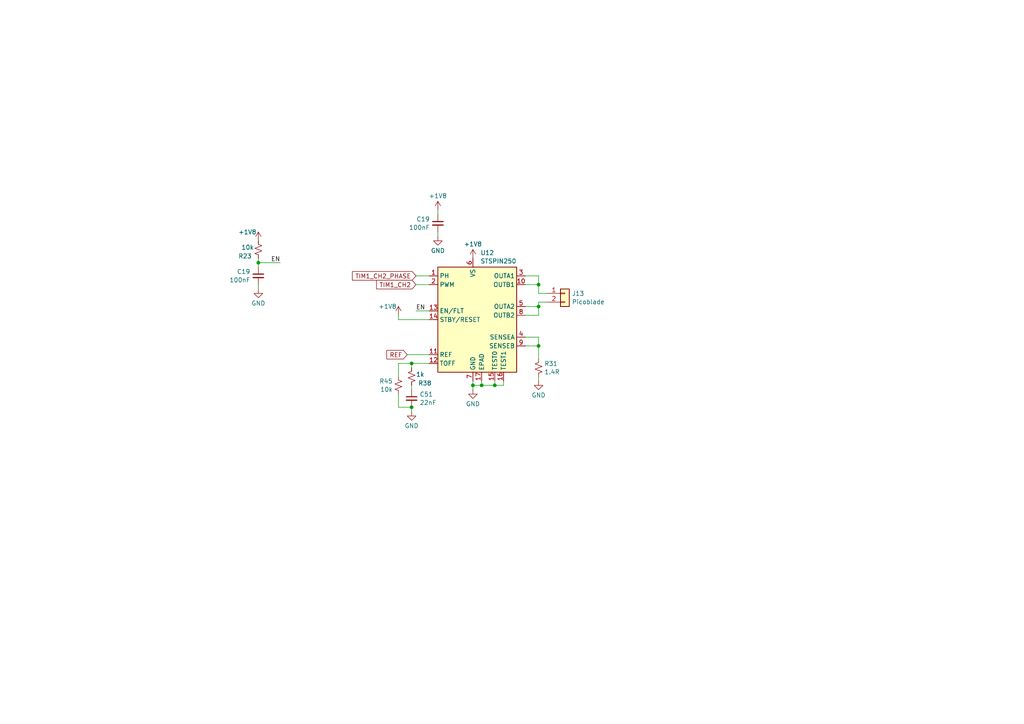
<source format=kicad_sch>
(kicad_sch (version 20230121) (generator eeschema)

  (uuid d3ae3c29-a710-4f7b-94c4-9f99cb159c5b)

  (paper "A4")

  (lib_symbols
    (symbol "Connector_Generic:Conn_01x02" (pin_names (offset 1.016) hide) (in_bom yes) (on_board yes)
      (property "Reference" "J" (at 0 2.54 0)
        (effects (font (size 1.27 1.27)))
      )
      (property "Value" "Conn_01x02" (at 0 -5.08 0)
        (effects (font (size 1.27 1.27)))
      )
      (property "Footprint" "" (at 0 0 0)
        (effects (font (size 1.27 1.27)) hide)
      )
      (property "Datasheet" "~" (at 0 0 0)
        (effects (font (size 1.27 1.27)) hide)
      )
      (property "ki_keywords" "connector" (at 0 0 0)
        (effects (font (size 1.27 1.27)) hide)
      )
      (property "ki_description" "Generic connector, single row, 01x02, script generated (kicad-library-utils/schlib/autogen/connector/)" (at 0 0 0)
        (effects (font (size 1.27 1.27)) hide)
      )
      (property "ki_fp_filters" "Connector*:*_1x??_*" (at 0 0 0)
        (effects (font (size 1.27 1.27)) hide)
      )
      (symbol "Conn_01x02_1_1"
        (rectangle (start -1.27 -2.413) (end 0 -2.667)
          (stroke (width 0.1524) (type default))
          (fill (type none))
        )
        (rectangle (start -1.27 0.127) (end 0 -0.127)
          (stroke (width 0.1524) (type default))
          (fill (type none))
        )
        (rectangle (start -1.27 1.27) (end 1.27 -3.81)
          (stroke (width 0.254) (type default))
          (fill (type background))
        )
        (pin passive line (at -5.08 0 0) (length 3.81)
          (name "Pin_1" (effects (font (size 1.27 1.27))))
          (number "1" (effects (font (size 1.27 1.27))))
        )
        (pin passive line (at -5.08 -2.54 0) (length 3.81)
          (name "Pin_2" (effects (font (size 1.27 1.27))))
          (number "2" (effects (font (size 1.27 1.27))))
        )
      )
    )
    (symbol "Device:C_Small" (pin_numbers hide) (pin_names (offset 0.254) hide) (in_bom yes) (on_board yes)
      (property "Reference" "C" (at 0.254 1.778 0)
        (effects (font (size 1.27 1.27)) (justify left))
      )
      (property "Value" "C_Small" (at 0.254 -2.032 0)
        (effects (font (size 1.27 1.27)) (justify left))
      )
      (property "Footprint" "" (at 0 0 0)
        (effects (font (size 1.27 1.27)) hide)
      )
      (property "Datasheet" "~" (at 0 0 0)
        (effects (font (size 1.27 1.27)) hide)
      )
      (property "ki_keywords" "capacitor cap" (at 0 0 0)
        (effects (font (size 1.27 1.27)) hide)
      )
      (property "ki_description" "Unpolarized capacitor, small symbol" (at 0 0 0)
        (effects (font (size 1.27 1.27)) hide)
      )
      (property "ki_fp_filters" "C_*" (at 0 0 0)
        (effects (font (size 1.27 1.27)) hide)
      )
      (symbol "C_Small_0_1"
        (polyline
          (pts
            (xy -1.524 -0.508)
            (xy 1.524 -0.508)
          )
          (stroke (width 0.3302) (type default))
          (fill (type none))
        )
        (polyline
          (pts
            (xy -1.524 0.508)
            (xy 1.524 0.508)
          )
          (stroke (width 0.3048) (type default))
          (fill (type none))
        )
      )
      (symbol "C_Small_1_1"
        (pin passive line (at 0 2.54 270) (length 2.032)
          (name "~" (effects (font (size 1.27 1.27))))
          (number "1" (effects (font (size 1.27 1.27))))
        )
        (pin passive line (at 0 -2.54 90) (length 2.032)
          (name "~" (effects (font (size 1.27 1.27))))
          (number "2" (effects (font (size 1.27 1.27))))
        )
      )
    )
    (symbol "Device:R_Small_US" (pin_numbers hide) (pin_names (offset 0.254) hide) (in_bom yes) (on_board yes)
      (property "Reference" "R" (at 0.762 0.508 0)
        (effects (font (size 1.27 1.27)) (justify left))
      )
      (property "Value" "R_Small_US" (at 0.762 -1.016 0)
        (effects (font (size 1.27 1.27)) (justify left))
      )
      (property "Footprint" "" (at 0 0 0)
        (effects (font (size 1.27 1.27)) hide)
      )
      (property "Datasheet" "~" (at 0 0 0)
        (effects (font (size 1.27 1.27)) hide)
      )
      (property "ki_keywords" "r resistor" (at 0 0 0)
        (effects (font (size 1.27 1.27)) hide)
      )
      (property "ki_description" "Resistor, small US symbol" (at 0 0 0)
        (effects (font (size 1.27 1.27)) hide)
      )
      (property "ki_fp_filters" "R_*" (at 0 0 0)
        (effects (font (size 1.27 1.27)) hide)
      )
      (symbol "R_Small_US_1_1"
        (polyline
          (pts
            (xy 0 0)
            (xy 1.016 -0.381)
            (xy 0 -0.762)
            (xy -1.016 -1.143)
            (xy 0 -1.524)
          )
          (stroke (width 0) (type default))
          (fill (type none))
        )
        (polyline
          (pts
            (xy 0 1.524)
            (xy 1.016 1.143)
            (xy 0 0.762)
            (xy -1.016 0.381)
            (xy 0 0)
          )
          (stroke (width 0) (type default))
          (fill (type none))
        )
        (pin passive line (at 0 2.54 270) (length 1.016)
          (name "~" (effects (font (size 1.27 1.27))))
          (number "1" (effects (font (size 1.27 1.27))))
        )
        (pin passive line (at 0 -2.54 90) (length 1.016)
          (name "~" (effects (font (size 1.27 1.27))))
          (number "2" (effects (font (size 1.27 1.27))))
        )
      )
    )
    (symbol "components_2:STSPIN250" (in_bom yes) (on_board yes)
      (property "Reference" "U" (at 6.35 21.59 0)
        (effects (font (size 1.27 1.27)))
      )
      (property "Value" "STSPIN250" (at 11.43 19.05 0)
        (effects (font (size 1.27 1.27)))
      )
      (property "Footprint" "" (at 0 24.13 0)
        (effects (font (size 1.27 1.27)) hide)
      )
      (property "Datasheet" "" (at 0 24.13 0)
        (effects (font (size 1.27 1.27)) hide)
      )
      (symbol "STSPIN250_0_1"
        (rectangle (start -10.16 15.24) (end 12.7 -15.24)
          (stroke (width 0.254) (type default))
          (fill (type background))
        )
      )
      (symbol "STSPIN250_1_1"
        (pin input line (at -12.7 12.7 0) (length 2.54)
          (name "PH" (effects (font (size 1.27 1.27))))
          (number "1" (effects (font (size 1.27 1.27))))
        )
        (pin power_out line (at 15.24 10.16 180) (length 2.54)
          (name "OUTB1" (effects (font (size 1.27 1.27))))
          (number "10" (effects (font (size 1.27 1.27))))
        )
        (pin input line (at -12.7 -10.16 0) (length 2.54)
          (name "REF" (effects (font (size 1.27 1.27))))
          (number "11" (effects (font (size 1.27 1.27))))
        )
        (pin input line (at -12.7 -12.7 0) (length 2.54)
          (name "TOFF" (effects (font (size 1.27 1.27))))
          (number "12" (effects (font (size 1.27 1.27))))
        )
        (pin bidirectional line (at -12.7 2.54 0) (length 2.54)
          (name "EN/FLT" (effects (font (size 1.27 1.27))))
          (number "13" (effects (font (size 1.27 1.27))))
        )
        (pin input line (at -12.7 0 0) (length 2.54)
          (name "STBY/RESET" (effects (font (size 1.27 1.27))))
          (number "14" (effects (font (size 1.27 1.27))))
        )
        (pin input line (at 6.35 -17.78 90) (length 2.54)
          (name "TEST0" (effects (font (size 1.27 1.27))))
          (number "15" (effects (font (size 1.27 1.27))))
        )
        (pin input line (at 8.89 -17.78 90) (length 2.54)
          (name "TEST1" (effects (font (size 1.27 1.27))))
          (number "16" (effects (font (size 1.27 1.27))))
        )
        (pin power_in line (at 2.54 -17.78 90) (length 2.54)
          (name "EPAD" (effects (font (size 1.27 1.27))))
          (number "17" (effects (font (size 1.27 1.27))))
        )
        (pin input line (at -12.7 10.16 0) (length 2.54)
          (name "PWM" (effects (font (size 1.27 1.27))))
          (number "2" (effects (font (size 1.27 1.27))))
        )
        (pin power_out line (at 15.24 12.7 180) (length 2.54)
          (name "OUTA1" (effects (font (size 1.27 1.27))))
          (number "3" (effects (font (size 1.27 1.27))))
        )
        (pin power_out line (at 15.24 -5.08 180) (length 2.54)
          (name "SENSEA" (effects (font (size 1.27 1.27))))
          (number "4" (effects (font (size 1.27 1.27))))
        )
        (pin power_out line (at 15.24 3.81 180) (length 2.54)
          (name "OUTA2" (effects (font (size 1.27 1.27))))
          (number "5" (effects (font (size 1.27 1.27))))
        )
        (pin power_in line (at 0 17.78 270) (length 2.54)
          (name "VS" (effects (font (size 1.27 1.27))))
          (number "6" (effects (font (size 1.27 1.27))))
        )
        (pin power_in line (at 0 -17.78 90) (length 2.54)
          (name "GND" (effects (font (size 1.27 1.27))))
          (number "7" (effects (font (size 1.27 1.27))))
        )
        (pin power_out line (at 15.24 1.27 180) (length 2.54)
          (name "OUTB2" (effects (font (size 1.27 1.27))))
          (number "8" (effects (font (size 1.27 1.27))))
        )
        (pin power_out line (at 15.24 -7.62 180) (length 2.54)
          (name "SENSEB" (effects (font (size 1.27 1.27))))
          (number "9" (effects (font (size 1.27 1.27))))
        )
      )
    )
    (symbol "power:+1V8" (power) (pin_names (offset 0)) (in_bom yes) (on_board yes)
      (property "Reference" "#PWR" (at 0 -3.81 0)
        (effects (font (size 1.27 1.27)) hide)
      )
      (property "Value" "+1V8" (at 0 3.556 0)
        (effects (font (size 1.27 1.27)))
      )
      (property "Footprint" "" (at 0 0 0)
        (effects (font (size 1.27 1.27)) hide)
      )
      (property "Datasheet" "" (at 0 0 0)
        (effects (font (size 1.27 1.27)) hide)
      )
      (property "ki_keywords" "global power" (at 0 0 0)
        (effects (font (size 1.27 1.27)) hide)
      )
      (property "ki_description" "Power symbol creates a global label with name \"+1V8\"" (at 0 0 0)
        (effects (font (size 1.27 1.27)) hide)
      )
      (symbol "+1V8_0_1"
        (polyline
          (pts
            (xy -0.762 1.27)
            (xy 0 2.54)
          )
          (stroke (width 0) (type default))
          (fill (type none))
        )
        (polyline
          (pts
            (xy 0 0)
            (xy 0 2.54)
          )
          (stroke (width 0) (type default))
          (fill (type none))
        )
        (polyline
          (pts
            (xy 0 2.54)
            (xy 0.762 1.27)
          )
          (stroke (width 0) (type default))
          (fill (type none))
        )
      )
      (symbol "+1V8_1_1"
        (pin power_in line (at 0 0 90) (length 0) hide
          (name "+1V8" (effects (font (size 1.27 1.27))))
          (number "1" (effects (font (size 1.27 1.27))))
        )
      )
    )
    (symbol "power:GND" (power) (pin_names (offset 0)) (in_bom yes) (on_board yes)
      (property "Reference" "#PWR" (at 0 -6.35 0)
        (effects (font (size 1.27 1.27)) hide)
      )
      (property "Value" "GND" (at 0 -3.81 0)
        (effects (font (size 1.27 1.27)))
      )
      (property "Footprint" "" (at 0 0 0)
        (effects (font (size 1.27 1.27)) hide)
      )
      (property "Datasheet" "" (at 0 0 0)
        (effects (font (size 1.27 1.27)) hide)
      )
      (property "ki_keywords" "global power" (at 0 0 0)
        (effects (font (size 1.27 1.27)) hide)
      )
      (property "ki_description" "Power symbol creates a global label with name \"GND\" , ground" (at 0 0 0)
        (effects (font (size 1.27 1.27)) hide)
      )
      (symbol "GND_0_1"
        (polyline
          (pts
            (xy 0 0)
            (xy 0 -1.27)
            (xy 1.27 -1.27)
            (xy 0 -2.54)
            (xy -1.27 -1.27)
            (xy 0 -1.27)
          )
          (stroke (width 0) (type default))
          (fill (type none))
        )
      )
      (symbol "GND_1_1"
        (pin power_in line (at 0 0 270) (length 0) hide
          (name "GND" (effects (font (size 1.27 1.27))))
          (number "1" (effects (font (size 1.27 1.27))))
        )
      )
    )
  )

  (junction (at 156.21 88.9) (diameter 0) (color 0 0 0 0)
    (uuid 434cb4db-e008-497a-ac75-29356549856d)
  )
  (junction (at 74.93 76.2) (diameter 0) (color 0 0 0 0)
    (uuid 67e44e51-d6f5-4803-aa32-1eb5a99be6e1)
  )
  (junction (at 156.21 82.55) (diameter 0) (color 0 0 0 0)
    (uuid 73c65292-b353-4b6d-8478-edeff7afb8c7)
  )
  (junction (at 119.38 118.11) (diameter 0) (color 0 0 0 0)
    (uuid 94b6b8c9-8047-4795-9a9c-fb7cd95c839f)
  )
  (junction (at 156.21 100.33) (diameter 0) (color 0 0 0 0)
    (uuid a7a6fb4e-42d6-42a7-bbf0-d6c88e0348fa)
  )
  (junction (at 143.51 111.76) (diameter 0) (color 0 0 0 0)
    (uuid b3b1cf1f-3840-4d7e-9047-79997c3d87d6)
  )
  (junction (at 137.16 111.76) (diameter 0) (color 0 0 0 0)
    (uuid cbccabf5-514d-4f33-a5e2-8afd2e5196d0)
  )
  (junction (at 119.38 105.41) (diameter 0) (color 0 0 0 0)
    (uuid e8e8b19e-38ee-46f6-abe7-2eb9415a0c45)
  )
  (junction (at 139.7 111.76) (diameter 0) (color 0 0 0 0)
    (uuid ef668624-f822-4384-8bde-da48dda47b2b)
  )

  (wire (pts (xy 74.93 74.93) (xy 74.93 76.2))
    (stroke (width 0) (type default))
    (uuid 00d6623c-fee1-45b1-af43-bf5882f6d481)
  )
  (wire (pts (xy 158.75 87.63) (xy 156.21 87.63))
    (stroke (width 0) (type default))
    (uuid 03cd1acd-860c-41b6-a0cf-6e5051d36e0a)
  )
  (wire (pts (xy 119.38 119.38) (xy 119.38 118.11))
    (stroke (width 0) (type default))
    (uuid 0b449ecc-9c82-4820-8698-d2d4d1a6b484)
  )
  (wire (pts (xy 152.4 91.44) (xy 156.21 91.44))
    (stroke (width 0) (type default))
    (uuid 0eadbab4-a729-4a40-b7f8-df60fec4a64f)
  )
  (wire (pts (xy 115.57 92.71) (xy 124.46 92.71))
    (stroke (width 0) (type default))
    (uuid 0f466d35-9b0b-4ceb-b8cd-ea19adb3e898)
  )
  (wire (pts (xy 143.51 111.76) (xy 143.51 110.49))
    (stroke (width 0) (type default))
    (uuid 19da91f9-6a5f-48be-9fcf-aa2467619f8e)
  )
  (wire (pts (xy 156.21 100.33) (xy 156.21 104.14))
    (stroke (width 0) (type default))
    (uuid 1b9f4e11-f494-4182-b389-bc772a267783)
  )
  (wire (pts (xy 74.93 76.2) (xy 74.93 77.47))
    (stroke (width 0) (type default))
    (uuid 1e9c2cba-333b-44e1-b2f7-42a749a45951)
  )
  (wire (pts (xy 115.57 105.41) (xy 119.38 105.41))
    (stroke (width 0) (type default))
    (uuid 20724527-7776-4670-b0cc-9f7d650e952e)
  )
  (wire (pts (xy 156.21 97.79) (xy 156.21 100.33))
    (stroke (width 0) (type default))
    (uuid 23522f3e-82c7-4660-bf36-698bed9ff747)
  )
  (wire (pts (xy 115.57 105.41) (xy 115.57 109.22))
    (stroke (width 0) (type default))
    (uuid 266f7f8c-85f0-4bfc-ac14-3e43d1278dbb)
  )
  (wire (pts (xy 118.11 102.87) (xy 124.46 102.87))
    (stroke (width 0) (type default))
    (uuid 281cc014-5e66-4632-bf75-9540f4ceba37)
  )
  (wire (pts (xy 139.7 111.76) (xy 143.51 111.76))
    (stroke (width 0) (type default))
    (uuid 2c7a6d3a-27d4-47e9-a4c8-a2f54c3346dd)
  )
  (wire (pts (xy 115.57 91.44) (xy 115.57 92.71))
    (stroke (width 0) (type default))
    (uuid 2e373b68-696b-43be-8c67-9f63ce48e298)
  )
  (wire (pts (xy 119.38 111.76) (xy 119.38 113.03))
    (stroke (width 0) (type default))
    (uuid 2e7aa4f7-2f59-45c0-9c9e-df1fa5d386ac)
  )
  (wire (pts (xy 156.21 88.9) (xy 156.21 91.44))
    (stroke (width 0) (type default))
    (uuid 445ea813-6607-4352-8695-0473fe659a8a)
  )
  (wire (pts (xy 137.16 111.76) (xy 137.16 113.03))
    (stroke (width 0) (type default))
    (uuid 45a19862-9131-4617-be6d-7f257a3c5054)
  )
  (wire (pts (xy 139.7 111.76) (xy 139.7 110.49))
    (stroke (width 0) (type default))
    (uuid 487c0dd1-8201-4f33-b8f2-393144b038f8)
  )
  (wire (pts (xy 146.05 111.76) (xy 146.05 110.49))
    (stroke (width 0) (type default))
    (uuid 4ce01599-ccbc-4594-b42d-d099858787a8)
  )
  (wire (pts (xy 137.16 110.49) (xy 137.16 111.76))
    (stroke (width 0) (type default))
    (uuid 603a7429-cd78-4607-ab5d-caf3dfa7385e)
  )
  (wire (pts (xy 156.21 85.09) (xy 158.75 85.09))
    (stroke (width 0) (type default))
    (uuid 6d3e1bae-fd32-4e05-b28b-78396ec183c2)
  )
  (wire (pts (xy 74.93 82.55) (xy 74.93 83.82))
    (stroke (width 0) (type default))
    (uuid 7313b789-499e-46a2-9db3-2a22063ee8ce)
  )
  (wire (pts (xy 127 67.31) (xy 127 68.58))
    (stroke (width 0) (type default))
    (uuid 78851fe2-9688-4dbc-9a81-e27ce981c1f3)
  )
  (wire (pts (xy 156.21 82.55) (xy 156.21 85.09))
    (stroke (width 0) (type default))
    (uuid 815d45b0-8540-4fa8-8a69-4ab3476e3638)
  )
  (wire (pts (xy 120.65 82.55) (xy 124.46 82.55))
    (stroke (width 0) (type default))
    (uuid 8e3b1074-6cc9-4fd2-b16d-de6025bc7928)
  )
  (wire (pts (xy 152.4 82.55) (xy 156.21 82.55))
    (stroke (width 0) (type default))
    (uuid 911ea3c5-c522-48e4-b8b7-ffe02eb55a93)
  )
  (wire (pts (xy 143.51 111.76) (xy 146.05 111.76))
    (stroke (width 0) (type default))
    (uuid 91d6b792-46f7-47f9-91e4-44f1397bc96d)
  )
  (wire (pts (xy 152.4 97.79) (xy 156.21 97.79))
    (stroke (width 0) (type default))
    (uuid a13d80eb-dd9f-4a70-b224-482e1c96e3df)
  )
  (wire (pts (xy 156.21 88.9) (xy 152.4 88.9))
    (stroke (width 0) (type default))
    (uuid a660deba-e634-41a5-9be9-1acdd54ca362)
  )
  (wire (pts (xy 152.4 100.33) (xy 156.21 100.33))
    (stroke (width 0) (type default))
    (uuid b7184f51-76fc-4818-af53-3af825e81bd1)
  )
  (wire (pts (xy 115.57 118.11) (xy 119.38 118.11))
    (stroke (width 0) (type default))
    (uuid c318da2f-fddf-4636-993e-5bc7cca1beac)
  )
  (wire (pts (xy 156.21 80.01) (xy 156.21 82.55))
    (stroke (width 0) (type default))
    (uuid df2ba190-63ee-43e9-80ec-603bc7b1877f)
  )
  (wire (pts (xy 120.65 80.01) (xy 124.46 80.01))
    (stroke (width 0) (type default))
    (uuid e0c49fb0-abf9-4a6d-bea0-6a19fc8ad129)
  )
  (wire (pts (xy 137.16 111.76) (xy 139.7 111.76))
    (stroke (width 0) (type default))
    (uuid e3059f48-6eba-4772-a1e5-7160201bb03c)
  )
  (wire (pts (xy 120.65 90.17) (xy 124.46 90.17))
    (stroke (width 0) (type default))
    (uuid e9a31b84-fa76-47dc-b181-4530f0359c14)
  )
  (wire (pts (xy 156.21 109.22) (xy 156.21 110.49))
    (stroke (width 0) (type default))
    (uuid eb020714-22ff-400a-b95c-78631cd48784)
  )
  (wire (pts (xy 74.93 76.2) (xy 81.28 76.2))
    (stroke (width 0) (type default))
    (uuid ef0110f2-b43a-48f2-bf71-3bac4f5ab1c7)
  )
  (wire (pts (xy 119.38 105.41) (xy 119.38 106.68))
    (stroke (width 0) (type default))
    (uuid f1eb8655-58c5-4a22-8f79-c4cc1f1bf9d1)
  )
  (wire (pts (xy 127 60.96) (xy 127 62.23))
    (stroke (width 0) (type default))
    (uuid f720122c-4380-418b-9614-9675d2e484e4)
  )
  (wire (pts (xy 115.57 114.3) (xy 115.57 118.11))
    (stroke (width 0) (type default))
    (uuid f7316a7e-2476-4819-8fb7-96fb7a77e1e5)
  )
  (wire (pts (xy 119.38 105.41) (xy 124.46 105.41))
    (stroke (width 0) (type default))
    (uuid f7a28afd-0294-4a52-a35d-87b0cb052b0f)
  )
  (wire (pts (xy 156.21 87.63) (xy 156.21 88.9))
    (stroke (width 0) (type default))
    (uuid fd07932c-b6c9-4dc1-bdde-48111e3bddea)
  )
  (wire (pts (xy 152.4 80.01) (xy 156.21 80.01))
    (stroke (width 0) (type default))
    (uuid fd3999ed-52e0-460b-b2ea-b4287d468792)
  )

  (label "EN" (at 81.28 76.2 180) (fields_autoplaced)
    (effects (font (size 1.27 1.27)) (justify right bottom))
    (uuid 2e816d7d-1e3f-4897-9290-f334d364fbdd)
  )
  (label "EN" (at 120.65 90.17 0) (fields_autoplaced)
    (effects (font (size 1.27 1.27)) (justify left bottom))
    (uuid cc3ae181-a2dc-4730-89a8-d239b9afe088)
  )

  (global_label "TIM1_CH2_PHASE" (shape input) (at 120.65 80.01 180) (fields_autoplaced)
    (effects (font (size 1.27 1.27)) (justify right))
    (uuid 402425a9-5863-4089-bed4-17e9b2e4df93)
    (property "Intersheetrefs" "${INTERSHEET_REFS}" (at 101.6387 80.01 0)
      (effects (font (size 1.27 1.27)) (justify right) hide)
    )
  )
  (global_label "REF" (shape input) (at 118.11 102.87 180) (fields_autoplaced)
    (effects (font (size 1.27 1.27)) (justify right))
    (uuid 6668e277-dc58-4ec0-8d6c-2ac1ddf341c7)
    (property "Intersheetrefs" "${INTERSHEET_REFS}" (at 111.6172 102.87 0)
      (effects (font (size 1.27 1.27)) (justify right) hide)
    )
  )
  (global_label "TIM1_CH2" (shape input) (at 120.65 82.55 180) (fields_autoplaced)
    (effects (font (size 1.27 1.27)) (justify right))
    (uuid 7f03b652-19ff-46b2-80e3-9639eab1af46)
    (property "Intersheetrefs" "${INTERSHEET_REFS}" (at 108.6539 82.55 0)
      (effects (font (size 1.27 1.27)) (justify right) hide)
    )
  )

  (symbol (lib_id "components_2:STSPIN250") (at 137.16 92.71 0) (unit 1)
    (in_bom yes) (on_board yes) (dnp no) (fields_autoplaced)
    (uuid 19eeca92-6ca8-4a31-b672-8fde65669788)
    (property "Reference" "U12" (at 139.3541 73.3257 0)
      (effects (font (size 1.27 1.27)) (justify left))
    )
    (property "Value" "STSPIN250" (at 139.3541 75.7499 0)
      (effects (font (size 1.27 1.27)) (justify left))
    )
    (property "Footprint" "Ultra_librarian:VFQFPN16_STSPIN_STM" (at 137.16 68.58 0)
      (effects (font (size 1.27 1.27)) hide)
    )
    (property "Datasheet" "" (at 137.16 68.58 0)
      (effects (font (size 1.27 1.27)) hide)
    )
    (property "LCSC" "C155561" (at 137.16 92.71 0)
      (effects (font (size 1.27 1.27)) hide)
    )
    (pin "1" (uuid e46c6c14-ad89-41e7-8adc-19629b9363a5))
    (pin "10" (uuid 97811da0-6c20-4a56-8acc-ede948d652a4))
    (pin "11" (uuid 6cd8da83-5e41-42b5-9795-1502d753ce59))
    (pin "12" (uuid 5072d2bc-849c-45b0-86a6-f246efd8c396))
    (pin "13" (uuid 4e2c5edb-598c-4673-981e-bcf1a29386c7))
    (pin "14" (uuid ed236e16-818c-40c0-8947-e853eeccb1af))
    (pin "15" (uuid 027bc0af-25d8-4ee4-b50a-e4daa7fb83c4))
    (pin "16" (uuid 1f78152d-2d05-4851-8d13-4c6d33a2c056))
    (pin "17" (uuid 2a41c778-4014-4d8b-a467-265f45364098))
    (pin "2" (uuid d0ed151e-5bd0-4e9e-9f18-83566a9c2c95))
    (pin "3" (uuid e5cded07-f179-4277-acae-df617063fae1))
    (pin "4" (uuid 7dcbdaa4-9ce3-441b-bc2b-1453d2e23489))
    (pin "5" (uuid 73c7dc44-4717-45ba-9c72-8d83ddba3050))
    (pin "6" (uuid b625d927-c8b1-4d35-b443-f77956de00b2))
    (pin "7" (uuid fac90f5f-7773-4d00-a29d-cf122037bab4))
    (pin "8" (uuid a5d3c886-c924-40c6-89f2-10d7a9adb180))
    (pin "9" (uuid 917c6d82-403f-49be-8bb7-e6186ace1d0d))
    (instances
      (project "KASM_PCB_REV1"
        (path "/bcd76057-59fd-41c5-bb52-9bafb2ef74e0/04e958db-aa3d-41e7-905b-1283accbf3a5"
          (reference "U12") (unit 1)
        )
        (path "/bcd76057-59fd-41c5-bb52-9bafb2ef74e0/04e958db-aa3d-41e7-905b-1283accbf3a5/18dc00ae-3159-4780-b672-12977f79e5ac"
          (reference "U5") (unit 1)
        )
        (path "/bcd76057-59fd-41c5-bb52-9bafb2ef74e0/04e958db-aa3d-41e7-905b-1283accbf3a5/0e4a8bf2-0dd0-4daf-93f5-21aaab6e9079"
          (reference "U12") (unit 1)
        )
        (path "/bcd76057-59fd-41c5-bb52-9bafb2ef74e0/04e958db-aa3d-41e7-905b-1283accbf3a5/fa3e3175-0ec2-4c23-918b-18b69f6d22c9"
          (reference "U7") (unit 1)
        )
        (path "/bcd76057-59fd-41c5-bb52-9bafb2ef74e0/04e958db-aa3d-41e7-905b-1283accbf3a5/5eb57887-e81e-4477-9dd7-7aacc0de0d0b"
          (reference "U34") (unit 1)
        )
        (path "/bcd76057-59fd-41c5-bb52-9bafb2ef74e0/04e958db-aa3d-41e7-905b-1283accbf3a5/e0928f68-e618-4bed-a90d-d4217e4537fe"
          (reference "U35") (unit 1)
        )
        (path "/bcd76057-59fd-41c5-bb52-9bafb2ef74e0/04e958db-aa3d-41e7-905b-1283accbf3a5/035548b8-a31f-4ce4-88ad-eb25e49c8086"
          (reference "U36") (unit 1)
        )
        (path "/bcd76057-59fd-41c5-bb52-9bafb2ef74e0/04e958db-aa3d-41e7-905b-1283accbf3a5/ea7abcee-3bcc-4e0d-ba1f-bfc5afeaff56"
          (reference "U37") (unit 1)
        )
        (path "/bcd76057-59fd-41c5-bb52-9bafb2ef74e0/04e958db-aa3d-41e7-905b-1283accbf3a5/d43b2610-0e88-49f5-accf-91021c3a3747"
          (reference "U38") (unit 1)
        )
        (path "/bcd76057-59fd-41c5-bb52-9bafb2ef74e0/04e958db-aa3d-41e7-905b-1283accbf3a5/183aa310-3222-4137-baac-257f5699b820"
          (reference "U39") (unit 1)
        )
        (path "/bcd76057-59fd-41c5-bb52-9bafb2ef74e0/04e958db-aa3d-41e7-905b-1283accbf3a5/517c7ed0-094c-4bf8-893e-b74da427973a"
          (reference "U40") (unit 1)
        )
        (path "/bcd76057-59fd-41c5-bb52-9bafb2ef74e0/04e958db-aa3d-41e7-905b-1283accbf3a5/3c7f0f67-84e4-46e0-ae69-a3c8008fc518"
          (reference "U42") (unit 1)
        )
        (path "/bcd76057-59fd-41c5-bb52-9bafb2ef74e0/04e958db-aa3d-41e7-905b-1283accbf3a5/09624144-9abc-4214-b8b3-19be92fa01bb"
          (reference "U43") (unit 1)
        )
        (path "/bcd76057-59fd-41c5-bb52-9bafb2ef74e0/04e958db-aa3d-41e7-905b-1283accbf3a5/debcf873-ffd9-4218-a838-354e10f40114"
          (reference "U44") (unit 1)
        )
        (path "/bcd76057-59fd-41c5-bb52-9bafb2ef74e0/04e958db-aa3d-41e7-905b-1283accbf3a5/f3d20732-cdac-44e3-a331-3cd31b97ff57"
          (reference "U45") (unit 1)
        )
        (path "/bcd76057-59fd-41c5-bb52-9bafb2ef74e0/04e958db-aa3d-41e7-905b-1283accbf3a5/d282b751-7721-4014-b2b7-469980c2fd3d"
          (reference "U46") (unit 1)
        )
        (path "/bcd76057-59fd-41c5-bb52-9bafb2ef74e0/04e958db-aa3d-41e7-905b-1283accbf3a5/2f342150-1aa1-4808-811e-c8652a7360ed"
          (reference "U47") (unit 1)
        )
        (path "/bcd76057-59fd-41c5-bb52-9bafb2ef74e0/04e958db-aa3d-41e7-905b-1283accbf3a5/880b3b36-85e8-4c3c-aa09-491ac2842d9f"
          (reference "U48") (unit 1)
        )
        (path "/bcd76057-59fd-41c5-bb52-9bafb2ef74e0/04e958db-aa3d-41e7-905b-1283accbf3a5/a00a6dc6-5da7-4e1f-b4ec-6af8efc204f4"
          (reference "U49") (unit 1)
        )
        (path "/bcd76057-59fd-41c5-bb52-9bafb2ef74e0/04e958db-aa3d-41e7-905b-1283accbf3a5/fb97f32a-344e-42d0-80a3-2f30f649c95b"
          (reference "U50") (unit 1)
        )
        (path "/bcd76057-59fd-41c5-bb52-9bafb2ef74e0/04e958db-aa3d-41e7-905b-1283accbf3a5/758d2951-640e-4c88-be12-1a100eb086a5"
          (reference "U51") (unit 1)
        )
        (path "/bcd76057-59fd-41c5-bb52-9bafb2ef74e0/04e958db-aa3d-41e7-905b-1283accbf3a5/1e6d7f69-4122-453e-9254-d2339f5150d7"
          (reference "U52") (unit 1)
        )
        (path "/bcd76057-59fd-41c5-bb52-9bafb2ef74e0/04e958db-aa3d-41e7-905b-1283accbf3a5/cc8e9e82-b38f-4c96-81d0-3ca8ac77f771"
          (reference "U53") (unit 1)
        )
        (path "/bcd76057-59fd-41c5-bb52-9bafb2ef74e0/04e958db-aa3d-41e7-905b-1283accbf3a5/b1894ed9-6a63-4439-a2e8-1827c3e49ee7"
          (reference "U54") (unit 1)
        )
        (path "/bcd76057-59fd-41c5-bb52-9bafb2ef74e0/04e958db-aa3d-41e7-905b-1283accbf3a5/a49d49c7-da1f-4137-a620-bdc9f58595d1"
          (reference "U55") (unit 1)
        )
        (path "/bcd76057-59fd-41c5-bb52-9bafb2ef74e0/04e958db-aa3d-41e7-905b-1283accbf3a5/80cd4e08-0efe-488f-8e92-54beb1b4d1f2"
          (reference "U56") (unit 1)
        )
        (path "/bcd76057-59fd-41c5-bb52-9bafb2ef74e0/04e958db-aa3d-41e7-905b-1283accbf3a5/317da025-5f62-4c93-8d06-7954e608af1c"
          (reference "U57") (unit 1)
        )
        (path "/bcd76057-59fd-41c5-bb52-9bafb2ef74e0/04e958db-aa3d-41e7-905b-1283accbf3a5/31bee4a8-b94d-44ab-a7b7-0e5ab7943934"
          (reference "U41") (unit 1)
        )
      )
    )
  )

  (symbol (lib_id "power:GND") (at 119.38 119.38 0) (unit 1)
    (in_bom yes) (on_board yes) (dnp no)
    (uuid 1b560aea-f1d1-4242-9055-9226e0b1f112)
    (property "Reference" "#PWR0113" (at 119.38 125.73 0)
      (effects (font (size 1.27 1.27)) hide)
    )
    (property "Value" "GND" (at 119.38 123.5131 0)
      (effects (font (size 1.27 1.27)))
    )
    (property "Footprint" "" (at 119.38 119.38 0)
      (effects (font (size 1.27 1.27)) hide)
    )
    (property "Datasheet" "" (at 119.38 119.38 0)
      (effects (font (size 1.27 1.27)) hide)
    )
    (pin "1" (uuid 4637a27a-c5c6-4311-b6dc-3fecae4bd51a))
    (instances
      (project "KASM_PCB_REV1"
        (path "/bcd76057-59fd-41c5-bb52-9bafb2ef74e0/04e958db-aa3d-41e7-905b-1283accbf3a5"
          (reference "#PWR0113") (unit 1)
        )
        (path "/bcd76057-59fd-41c5-bb52-9bafb2ef74e0/04e958db-aa3d-41e7-905b-1283accbf3a5/18dc00ae-3159-4780-b672-12977f79e5ac"
          (reference "#PWR0106") (unit 1)
        )
        (path "/bcd76057-59fd-41c5-bb52-9bafb2ef74e0/04e958db-aa3d-41e7-905b-1283accbf3a5/0e4a8bf2-0dd0-4daf-93f5-21aaab6e9079"
          (reference "#PWR0262") (unit 1)
        )
        (path "/bcd76057-59fd-41c5-bb52-9bafb2ef74e0/04e958db-aa3d-41e7-905b-1283accbf3a5/fa3e3175-0ec2-4c23-918b-18b69f6d22c9"
          (reference "#PWR0108") (unit 1)
        )
        (path "/bcd76057-59fd-41c5-bb52-9bafb2ef74e0/04e958db-aa3d-41e7-905b-1283accbf3a5/5eb57887-e81e-4477-9dd7-7aacc0de0d0b"
          (reference "#PWR0269") (unit 1)
        )
        (path "/bcd76057-59fd-41c5-bb52-9bafb2ef74e0/04e958db-aa3d-41e7-905b-1283accbf3a5/e0928f68-e618-4bed-a90d-d4217e4537fe"
          (reference "#PWR0276") (unit 1)
        )
        (path "/bcd76057-59fd-41c5-bb52-9bafb2ef74e0/04e958db-aa3d-41e7-905b-1283accbf3a5/035548b8-a31f-4ce4-88ad-eb25e49c8086"
          (reference "#PWR0283") (unit 1)
        )
        (path "/bcd76057-59fd-41c5-bb52-9bafb2ef74e0/04e958db-aa3d-41e7-905b-1283accbf3a5/ea7abcee-3bcc-4e0d-ba1f-bfc5afeaff56"
          (reference "#PWR0290") (unit 1)
        )
        (path "/bcd76057-59fd-41c5-bb52-9bafb2ef74e0/04e958db-aa3d-41e7-905b-1283accbf3a5/d43b2610-0e88-49f5-accf-91021c3a3747"
          (reference "#PWR0297") (unit 1)
        )
        (path "/bcd76057-59fd-41c5-bb52-9bafb2ef74e0/04e958db-aa3d-41e7-905b-1283accbf3a5/183aa310-3222-4137-baac-257f5699b820"
          (reference "#PWR0304") (unit 1)
        )
        (path "/bcd76057-59fd-41c5-bb52-9bafb2ef74e0/04e958db-aa3d-41e7-905b-1283accbf3a5/517c7ed0-094c-4bf8-893e-b74da427973a"
          (reference "#PWR0311") (unit 1)
        )
        (path "/bcd76057-59fd-41c5-bb52-9bafb2ef74e0/04e958db-aa3d-41e7-905b-1283accbf3a5/3c7f0f67-84e4-46e0-ae69-a3c8008fc518"
          (reference "#PWR0325") (unit 1)
        )
        (path "/bcd76057-59fd-41c5-bb52-9bafb2ef74e0/04e958db-aa3d-41e7-905b-1283accbf3a5/09624144-9abc-4214-b8b3-19be92fa01bb"
          (reference "#PWR0332") (unit 1)
        )
        (path "/bcd76057-59fd-41c5-bb52-9bafb2ef74e0/04e958db-aa3d-41e7-905b-1283accbf3a5/debcf873-ffd9-4218-a838-354e10f40114"
          (reference "#PWR0339") (unit 1)
        )
        (path "/bcd76057-59fd-41c5-bb52-9bafb2ef74e0/04e958db-aa3d-41e7-905b-1283accbf3a5/f3d20732-cdac-44e3-a331-3cd31b97ff57"
          (reference "#PWR0346") (unit 1)
        )
        (path "/bcd76057-59fd-41c5-bb52-9bafb2ef74e0/04e958db-aa3d-41e7-905b-1283accbf3a5/d282b751-7721-4014-b2b7-469980c2fd3d"
          (reference "#PWR0353") (unit 1)
        )
        (path "/bcd76057-59fd-41c5-bb52-9bafb2ef74e0/04e958db-aa3d-41e7-905b-1283accbf3a5/2f342150-1aa1-4808-811e-c8652a7360ed"
          (reference "#PWR0360") (unit 1)
        )
        (path "/bcd76057-59fd-41c5-bb52-9bafb2ef74e0/04e958db-aa3d-41e7-905b-1283accbf3a5/880b3b36-85e8-4c3c-aa09-491ac2842d9f"
          (reference "#PWR0367") (unit 1)
        )
        (path "/bcd76057-59fd-41c5-bb52-9bafb2ef74e0/04e958db-aa3d-41e7-905b-1283accbf3a5/a00a6dc6-5da7-4e1f-b4ec-6af8efc204f4"
          (reference "#PWR0374") (unit 1)
        )
        (path "/bcd76057-59fd-41c5-bb52-9bafb2ef74e0/04e958db-aa3d-41e7-905b-1283accbf3a5/fb97f32a-344e-42d0-80a3-2f30f649c95b"
          (reference "#PWR0381") (unit 1)
        )
        (path "/bcd76057-59fd-41c5-bb52-9bafb2ef74e0/04e958db-aa3d-41e7-905b-1283accbf3a5/758d2951-640e-4c88-be12-1a100eb086a5"
          (reference "#PWR0388") (unit 1)
        )
        (path "/bcd76057-59fd-41c5-bb52-9bafb2ef74e0/04e958db-aa3d-41e7-905b-1283accbf3a5/1e6d7f69-4122-453e-9254-d2339f5150d7"
          (reference "#PWR0395") (unit 1)
        )
        (path "/bcd76057-59fd-41c5-bb52-9bafb2ef74e0/04e958db-aa3d-41e7-905b-1283accbf3a5/cc8e9e82-b38f-4c96-81d0-3ca8ac77f771"
          (reference "#PWR0402") (unit 1)
        )
        (path "/bcd76057-59fd-41c5-bb52-9bafb2ef74e0/04e958db-aa3d-41e7-905b-1283accbf3a5/b1894ed9-6a63-4439-a2e8-1827c3e49ee7"
          (reference "#PWR0409") (unit 1)
        )
        (path "/bcd76057-59fd-41c5-bb52-9bafb2ef74e0/04e958db-aa3d-41e7-905b-1283accbf3a5/a49d49c7-da1f-4137-a620-bdc9f58595d1"
          (reference "#PWR0416") (unit 1)
        )
        (path "/bcd76057-59fd-41c5-bb52-9bafb2ef74e0/04e958db-aa3d-41e7-905b-1283accbf3a5/80cd4e08-0efe-488f-8e92-54beb1b4d1f2"
          (reference "#PWR0423") (unit 1)
        )
        (path "/bcd76057-59fd-41c5-bb52-9bafb2ef74e0/04e958db-aa3d-41e7-905b-1283accbf3a5/317da025-5f62-4c93-8d06-7954e608af1c"
          (reference "#PWR0430") (unit 1)
        )
        (path "/bcd76057-59fd-41c5-bb52-9bafb2ef74e0/04e958db-aa3d-41e7-905b-1283accbf3a5/31bee4a8-b94d-44ab-a7b7-0e5ab7943934"
          (reference "#PWR0318") (unit 1)
        )
      )
    )
  )

  (symbol (lib_id "Device:R_Small_US") (at 115.57 111.76 0) (unit 1)
    (in_bom yes) (on_board yes) (dnp no)
    (uuid 1c0f638b-f20f-4b2e-b1b4-83a656ba64a2)
    (property "Reference" "R45" (at 113.919 110.5479 0)
      (effects (font (size 1.27 1.27)) (justify right))
    )
    (property "Value" "10k" (at 113.919 112.9721 0)
      (effects (font (size 1.27 1.27)) (justify right))
    )
    (property "Footprint" "Resistor_SMD:R_0402_1005Metric" (at 115.57 111.76 0)
      (effects (font (size 1.27 1.27)) hide)
    )
    (property "Datasheet" "~" (at 115.57 111.76 0)
      (effects (font (size 1.27 1.27)) hide)
    )
    (property "LCSC" "C25744" (at 115.57 111.76 0)
      (effects (font (size 1.27 1.27)) hide)
    )
    (pin "1" (uuid 32b177db-daf9-4a6b-9c8f-4c4a6aa2c23e))
    (pin "2" (uuid 07fe93d4-1469-4ba6-a4b1-0eeff5425a0e))
    (instances
      (project "KASM_PCB_REV1"
        (path "/bcd76057-59fd-41c5-bb52-9bafb2ef74e0/04e958db-aa3d-41e7-905b-1283accbf3a5"
          (reference "R45") (unit 1)
        )
        (path "/bcd76057-59fd-41c5-bb52-9bafb2ef74e0/04e958db-aa3d-41e7-905b-1283accbf3a5/18dc00ae-3159-4780-b672-12977f79e5ac"
          (reference "R45") (unit 1)
        )
        (path "/bcd76057-59fd-41c5-bb52-9bafb2ef74e0/04e958db-aa3d-41e7-905b-1283accbf3a5/0e4a8bf2-0dd0-4daf-93f5-21aaab6e9079"
          (reference "R110") (unit 1)
        )
        (path "/bcd76057-59fd-41c5-bb52-9bafb2ef74e0/04e958db-aa3d-41e7-905b-1283accbf3a5/fa3e3175-0ec2-4c23-918b-18b69f6d22c9"
          (reference "R40") (unit 1)
        )
        (path "/bcd76057-59fd-41c5-bb52-9bafb2ef74e0/04e958db-aa3d-41e7-905b-1283accbf3a5/5eb57887-e81e-4477-9dd7-7aacc0de0d0b"
          (reference "R113") (unit 1)
        )
        (path "/bcd76057-59fd-41c5-bb52-9bafb2ef74e0/04e958db-aa3d-41e7-905b-1283accbf3a5/e0928f68-e618-4bed-a90d-d4217e4537fe"
          (reference "R116") (unit 1)
        )
        (path "/bcd76057-59fd-41c5-bb52-9bafb2ef74e0/04e958db-aa3d-41e7-905b-1283accbf3a5/035548b8-a31f-4ce4-88ad-eb25e49c8086"
          (reference "R119") (unit 1)
        )
        (path "/bcd76057-59fd-41c5-bb52-9bafb2ef74e0/04e958db-aa3d-41e7-905b-1283accbf3a5/ea7abcee-3bcc-4e0d-ba1f-bfc5afeaff56"
          (reference "R122") (unit 1)
        )
        (path "/bcd76057-59fd-41c5-bb52-9bafb2ef74e0/04e958db-aa3d-41e7-905b-1283accbf3a5/d43b2610-0e88-49f5-accf-91021c3a3747"
          (reference "R125") (unit 1)
        )
        (path "/bcd76057-59fd-41c5-bb52-9bafb2ef74e0/04e958db-aa3d-41e7-905b-1283accbf3a5/183aa310-3222-4137-baac-257f5699b820"
          (reference "R128") (unit 1)
        )
        (path "/bcd76057-59fd-41c5-bb52-9bafb2ef74e0/04e958db-aa3d-41e7-905b-1283accbf3a5/517c7ed0-094c-4bf8-893e-b74da427973a"
          (reference "R131") (unit 1)
        )
        (path "/bcd76057-59fd-41c5-bb52-9bafb2ef74e0/04e958db-aa3d-41e7-905b-1283accbf3a5/3c7f0f67-84e4-46e0-ae69-a3c8008fc518"
          (reference "R137") (unit 1)
        )
        (path "/bcd76057-59fd-41c5-bb52-9bafb2ef74e0/04e958db-aa3d-41e7-905b-1283accbf3a5/09624144-9abc-4214-b8b3-19be92fa01bb"
          (reference "R140") (unit 1)
        )
        (path "/bcd76057-59fd-41c5-bb52-9bafb2ef74e0/04e958db-aa3d-41e7-905b-1283accbf3a5/debcf873-ffd9-4218-a838-354e10f40114"
          (reference "R143") (unit 1)
        )
        (path "/bcd76057-59fd-41c5-bb52-9bafb2ef74e0/04e958db-aa3d-41e7-905b-1283accbf3a5/f3d20732-cdac-44e3-a331-3cd31b97ff57"
          (reference "R146") (unit 1)
        )
        (path "/bcd76057-59fd-41c5-bb52-9bafb2ef74e0/04e958db-aa3d-41e7-905b-1283accbf3a5/d282b751-7721-4014-b2b7-469980c2fd3d"
          (reference "R149") (unit 1)
        )
        (path "/bcd76057-59fd-41c5-bb52-9bafb2ef74e0/04e958db-aa3d-41e7-905b-1283accbf3a5/2f342150-1aa1-4808-811e-c8652a7360ed"
          (reference "R152") (unit 1)
        )
        (path "/bcd76057-59fd-41c5-bb52-9bafb2ef74e0/04e958db-aa3d-41e7-905b-1283accbf3a5/880b3b36-85e8-4c3c-aa09-491ac2842d9f"
          (reference "R155") (unit 1)
        )
        (path "/bcd76057-59fd-41c5-bb52-9bafb2ef74e0/04e958db-aa3d-41e7-905b-1283accbf3a5/a00a6dc6-5da7-4e1f-b4ec-6af8efc204f4"
          (reference "R158") (unit 1)
        )
        (path "/bcd76057-59fd-41c5-bb52-9bafb2ef74e0/04e958db-aa3d-41e7-905b-1283accbf3a5/fb97f32a-344e-42d0-80a3-2f30f649c95b"
          (reference "R161") (unit 1)
        )
        (path "/bcd76057-59fd-41c5-bb52-9bafb2ef74e0/04e958db-aa3d-41e7-905b-1283accbf3a5/758d2951-640e-4c88-be12-1a100eb086a5"
          (reference "R164") (unit 1)
        )
        (path "/bcd76057-59fd-41c5-bb52-9bafb2ef74e0/04e958db-aa3d-41e7-905b-1283accbf3a5/1e6d7f69-4122-453e-9254-d2339f5150d7"
          (reference "R167") (unit 1)
        )
        (path "/bcd76057-59fd-41c5-bb52-9bafb2ef74e0/04e958db-aa3d-41e7-905b-1283accbf3a5/cc8e9e82-b38f-4c96-81d0-3ca8ac77f771"
          (reference "R170") (unit 1)
        )
        (path "/bcd76057-59fd-41c5-bb52-9bafb2ef74e0/04e958db-aa3d-41e7-905b-1283accbf3a5/b1894ed9-6a63-4439-a2e8-1827c3e49ee7"
          (reference "R173") (unit 1)
        )
        (path "/bcd76057-59fd-41c5-bb52-9bafb2ef74e0/04e958db-aa3d-41e7-905b-1283accbf3a5/a49d49c7-da1f-4137-a620-bdc9f58595d1"
          (reference "R176") (unit 1)
        )
        (path "/bcd76057-59fd-41c5-bb52-9bafb2ef74e0/04e958db-aa3d-41e7-905b-1283accbf3a5/80cd4e08-0efe-488f-8e92-54beb1b4d1f2"
          (reference "R179") (unit 1)
        )
        (path "/bcd76057-59fd-41c5-bb52-9bafb2ef74e0/04e958db-aa3d-41e7-905b-1283accbf3a5/317da025-5f62-4c93-8d06-7954e608af1c"
          (reference "R182") (unit 1)
        )
        (path "/bcd76057-59fd-41c5-bb52-9bafb2ef74e0/04e958db-aa3d-41e7-905b-1283accbf3a5/31bee4a8-b94d-44ab-a7b7-0e5ab7943934"
          (reference "R134") (unit 1)
        )
      )
    )
  )

  (symbol (lib_id "Device:R_Small_US") (at 74.93 72.39 0) (unit 1)
    (in_bom yes) (on_board yes) (dnp no)
    (uuid 242ab93d-8607-46da-b671-1d4e718a8768)
    (property "Reference" "R23" (at 73.025 74.295 0)
      (effects (font (size 1.27 1.27)) (justify right))
    )
    (property "Value" "10k" (at 73.66 71.755 0)
      (effects (font (size 1.27 1.27)) (justify right))
    )
    (property "Footprint" "Resistor_SMD:R_0402_1005Metric" (at 74.93 72.39 0)
      (effects (font (size 1.27 1.27)) hide)
    )
    (property "Datasheet" "~" (at 74.93 72.39 0)
      (effects (font (size 1.27 1.27)) hide)
    )
    (property "LCSC" "C25744" (at 74.93 72.39 0)
      (effects (font (size 1.27 1.27)) hide)
    )
    (pin "1" (uuid c58ca0bd-9eed-490f-94a5-d2fc6af91b2c))
    (pin "2" (uuid b45b6981-6841-4499-babd-498cd51ee545))
    (instances
      (project "KASM_PCB_REV1"
        (path "/bcd76057-59fd-41c5-bb52-9bafb2ef74e0/04e958db-aa3d-41e7-905b-1283accbf3a5"
          (reference "R23") (unit 1)
        )
        (path "/bcd76057-59fd-41c5-bb52-9bafb2ef74e0/04e958db-aa3d-41e7-905b-1283accbf3a5/317da025-5f62-4c93-8d06-7954e608af1c"
          (reference "R23") (unit 1)
        )
        (path "/bcd76057-59fd-41c5-bb52-9bafb2ef74e0/04e958db-aa3d-41e7-905b-1283accbf3a5/31bee4a8-b94d-44ab-a7b7-0e5ab7943934"
          (reference "R47") (unit 1)
        )
      )
    )
  )

  (symbol (lib_id "Device:C_Small") (at 119.38 115.57 0) (unit 1)
    (in_bom yes) (on_board yes) (dnp no)
    (uuid 2782306e-b156-4b63-ae9d-a4809019075d)
    (property "Reference" "C51" (at 121.7041 114.3642 0)
      (effects (font (size 1.27 1.27)) (justify left))
    )
    (property "Value" "22nF" (at 121.7041 116.7884 0)
      (effects (font (size 1.27 1.27)) (justify left))
    )
    (property "Footprint" "Capacitor_SMD:C_0402_1005Metric" (at 119.38 115.57 0)
      (effects (font (size 1.27 1.27)) hide)
    )
    (property "Datasheet" "~" (at 119.38 115.57 0)
      (effects (font (size 1.27 1.27)) hide)
    )
    (property "LCSC" "C1532" (at 119.38 115.57 0)
      (effects (font (size 1.27 1.27)) hide)
    )
    (pin "1" (uuid 45cc038a-6790-4cfb-91c4-5c23167940f5))
    (pin "2" (uuid d4512f2d-7735-4fc1-a4ef-1aaab42564c2))
    (instances
      (project "KASM_PCB_REV1"
        (path "/bcd76057-59fd-41c5-bb52-9bafb2ef74e0/04e958db-aa3d-41e7-905b-1283accbf3a5"
          (reference "C51") (unit 1)
        )
        (path "/bcd76057-59fd-41c5-bb52-9bafb2ef74e0/04e958db-aa3d-41e7-905b-1283accbf3a5/18dc00ae-3159-4780-b672-12977f79e5ac"
          (reference "C51") (unit 1)
        )
        (path "/bcd76057-59fd-41c5-bb52-9bafb2ef74e0/04e958db-aa3d-41e7-905b-1283accbf3a5/0e4a8bf2-0dd0-4daf-93f5-21aaab6e9079"
          (reference "C95") (unit 1)
        )
        (path "/bcd76057-59fd-41c5-bb52-9bafb2ef74e0/04e958db-aa3d-41e7-905b-1283accbf3a5/fa3e3175-0ec2-4c23-918b-18b69f6d22c9"
          (reference "C46") (unit 1)
        )
        (path "/bcd76057-59fd-41c5-bb52-9bafb2ef74e0/04e958db-aa3d-41e7-905b-1283accbf3a5/5eb57887-e81e-4477-9dd7-7aacc0de0d0b"
          (reference "C97") (unit 1)
        )
        (path "/bcd76057-59fd-41c5-bb52-9bafb2ef74e0/04e958db-aa3d-41e7-905b-1283accbf3a5/e0928f68-e618-4bed-a90d-d4217e4537fe"
          (reference "C99") (unit 1)
        )
        (path "/bcd76057-59fd-41c5-bb52-9bafb2ef74e0/04e958db-aa3d-41e7-905b-1283accbf3a5/035548b8-a31f-4ce4-88ad-eb25e49c8086"
          (reference "C101") (unit 1)
        )
        (path "/bcd76057-59fd-41c5-bb52-9bafb2ef74e0/04e958db-aa3d-41e7-905b-1283accbf3a5/ea7abcee-3bcc-4e0d-ba1f-bfc5afeaff56"
          (reference "C103") (unit 1)
        )
        (path "/bcd76057-59fd-41c5-bb52-9bafb2ef74e0/04e958db-aa3d-41e7-905b-1283accbf3a5/d43b2610-0e88-49f5-accf-91021c3a3747"
          (reference "C105") (unit 1)
        )
        (path "/bcd76057-59fd-41c5-bb52-9bafb2ef74e0/04e958db-aa3d-41e7-905b-1283accbf3a5/183aa310-3222-4137-baac-257f5699b820"
          (reference "C107") (unit 1)
        )
        (path "/bcd76057-59fd-41c5-bb52-9bafb2ef74e0/04e958db-aa3d-41e7-905b-1283accbf3a5/517c7ed0-094c-4bf8-893e-b74da427973a"
          (reference "C109") (unit 1)
        )
        (path "/bcd76057-59fd-41c5-bb52-9bafb2ef74e0/04e958db-aa3d-41e7-905b-1283accbf3a5/3c7f0f67-84e4-46e0-ae69-a3c8008fc518"
          (reference "C113") (unit 1)
        )
        (path "/bcd76057-59fd-41c5-bb52-9bafb2ef74e0/04e958db-aa3d-41e7-905b-1283accbf3a5/09624144-9abc-4214-b8b3-19be92fa01bb"
          (reference "C115") (unit 1)
        )
        (path "/bcd76057-59fd-41c5-bb52-9bafb2ef74e0/04e958db-aa3d-41e7-905b-1283accbf3a5/debcf873-ffd9-4218-a838-354e10f40114"
          (reference "C117") (unit 1)
        )
        (path "/bcd76057-59fd-41c5-bb52-9bafb2ef74e0/04e958db-aa3d-41e7-905b-1283accbf3a5/f3d20732-cdac-44e3-a331-3cd31b97ff57"
          (reference "C119") (unit 1)
        )
        (path "/bcd76057-59fd-41c5-bb52-9bafb2ef74e0/04e958db-aa3d-41e7-905b-1283accbf3a5/d282b751-7721-4014-b2b7-469980c2fd3d"
          (reference "C121") (unit 1)
        )
        (path "/bcd76057-59fd-41c5-bb52-9bafb2ef74e0/04e958db-aa3d-41e7-905b-1283accbf3a5/2f342150-1aa1-4808-811e-c8652a7360ed"
          (reference "C123") (unit 1)
        )
        (path "/bcd76057-59fd-41c5-bb52-9bafb2ef74e0/04e958db-aa3d-41e7-905b-1283accbf3a5/880b3b36-85e8-4c3c-aa09-491ac2842d9f"
          (reference "C125") (unit 1)
        )
        (path "/bcd76057-59fd-41c5-bb52-9bafb2ef74e0/04e958db-aa3d-41e7-905b-1283accbf3a5/a00a6dc6-5da7-4e1f-b4ec-6af8efc204f4"
          (reference "C127") (unit 1)
        )
        (path "/bcd76057-59fd-41c5-bb52-9bafb2ef74e0/04e958db-aa3d-41e7-905b-1283accbf3a5/fb97f32a-344e-42d0-80a3-2f30f649c95b"
          (reference "C129") (unit 1)
        )
        (path "/bcd76057-59fd-41c5-bb52-9bafb2ef74e0/04e958db-aa3d-41e7-905b-1283accbf3a5/758d2951-640e-4c88-be12-1a100eb086a5"
          (reference "C131") (unit 1)
        )
        (path "/bcd76057-59fd-41c5-bb52-9bafb2ef74e0/04e958db-aa3d-41e7-905b-1283accbf3a5/1e6d7f69-4122-453e-9254-d2339f5150d7"
          (reference "C133") (unit 1)
        )
        (path "/bcd76057-59fd-41c5-bb52-9bafb2ef74e0/04e958db-aa3d-41e7-905b-1283accbf3a5/cc8e9e82-b38f-4c96-81d0-3ca8ac77f771"
          (reference "C135") (unit 1)
        )
        (path "/bcd76057-59fd-41c5-bb52-9bafb2ef74e0/04e958db-aa3d-41e7-905b-1283accbf3a5/b1894ed9-6a63-4439-a2e8-1827c3e49ee7"
          (reference "C137") (unit 1)
        )
        (path "/bcd76057-59fd-41c5-bb52-9bafb2ef74e0/04e958db-aa3d-41e7-905b-1283accbf3a5/a49d49c7-da1f-4137-a620-bdc9f58595d1"
          (reference "C139") (unit 1)
        )
        (path "/bcd76057-59fd-41c5-bb52-9bafb2ef74e0/04e958db-aa3d-41e7-905b-1283accbf3a5/80cd4e08-0efe-488f-8e92-54beb1b4d1f2"
          (reference "C141") (unit 1)
        )
        (path "/bcd76057-59fd-41c5-bb52-9bafb2ef74e0/04e958db-aa3d-41e7-905b-1283accbf3a5/317da025-5f62-4c93-8d06-7954e608af1c"
          (reference "C143") (unit 1)
        )
        (path "/bcd76057-59fd-41c5-bb52-9bafb2ef74e0/04e958db-aa3d-41e7-905b-1283accbf3a5/31bee4a8-b94d-44ab-a7b7-0e5ab7943934"
          (reference "C111") (unit 1)
        )
      )
    )
  )

  (symbol (lib_id "Device:C_Small") (at 127 64.77 0) (mirror y) (unit 1)
    (in_bom yes) (on_board yes) (dnp no)
    (uuid 30662a80-f7ba-4153-8c23-39ace1e524b8)
    (property "Reference" "C19" (at 124.6759 63.5642 0)
      (effects (font (size 1.27 1.27)) (justify left))
    )
    (property "Value" "100nF" (at 124.6759 65.9884 0)
      (effects (font (size 1.27 1.27)) (justify left))
    )
    (property "Footprint" "Capacitor_SMD:C_0402_1005Metric" (at 127 64.77 0)
      (effects (font (size 1.27 1.27)) hide)
    )
    (property "Datasheet" "~" (at 127 64.77 0)
      (effects (font (size 1.27 1.27)) hide)
    )
    (property "LCSC" "C1525" (at 127 64.77 0)
      (effects (font (size 1.27 1.27)) hide)
    )
    (pin "1" (uuid 895c655b-c28c-4357-b4cb-52024c7cdb04))
    (pin "2" (uuid 517a1446-2faa-475e-a498-cdaac64064c7))
    (instances
      (project "KASM_PCB_REV1"
        (path "/bcd76057-59fd-41c5-bb52-9bafb2ef74e0/9f28d78d-ca42-4041-9be6-b996c46b4a0a"
          (reference "C19") (unit 1)
        )
        (path "/bcd76057-59fd-41c5-bb52-9bafb2ef74e0/da6e1dd6-6549-4588-8765-3ff657cbe17b"
          (reference "C1") (unit 1)
        )
        (path "/bcd76057-59fd-41c5-bb52-9bafb2ef74e0/04e958db-aa3d-41e7-905b-1283accbf3a5"
          (reference "C40") (unit 1)
        )
        (path "/bcd76057-59fd-41c5-bb52-9bafb2ef74e0/04e958db-aa3d-41e7-905b-1283accbf3a5/18dc00ae-3159-4780-b672-12977f79e5ac"
          (reference "C40") (unit 1)
        )
        (path "/bcd76057-59fd-41c5-bb52-9bafb2ef74e0/04e958db-aa3d-41e7-905b-1283accbf3a5/0e4a8bf2-0dd0-4daf-93f5-21aaab6e9079"
          (reference "C94") (unit 1)
        )
        (path "/bcd76057-59fd-41c5-bb52-9bafb2ef74e0/04e958db-aa3d-41e7-905b-1283accbf3a5/fa3e3175-0ec2-4c23-918b-18b69f6d22c9"
          (reference "C42") (unit 1)
        )
        (path "/bcd76057-59fd-41c5-bb52-9bafb2ef74e0/04e958db-aa3d-41e7-905b-1283accbf3a5/5eb57887-e81e-4477-9dd7-7aacc0de0d0b"
          (reference "C96") (unit 1)
        )
        (path "/bcd76057-59fd-41c5-bb52-9bafb2ef74e0/04e958db-aa3d-41e7-905b-1283accbf3a5/e0928f68-e618-4bed-a90d-d4217e4537fe"
          (reference "C98") (unit 1)
        )
        (path "/bcd76057-59fd-41c5-bb52-9bafb2ef74e0/04e958db-aa3d-41e7-905b-1283accbf3a5/035548b8-a31f-4ce4-88ad-eb25e49c8086"
          (reference "C100") (unit 1)
        )
        (path "/bcd76057-59fd-41c5-bb52-9bafb2ef74e0/04e958db-aa3d-41e7-905b-1283accbf3a5/ea7abcee-3bcc-4e0d-ba1f-bfc5afeaff56"
          (reference "C102") (unit 1)
        )
        (path "/bcd76057-59fd-41c5-bb52-9bafb2ef74e0/04e958db-aa3d-41e7-905b-1283accbf3a5/d43b2610-0e88-49f5-accf-91021c3a3747"
          (reference "C104") (unit 1)
        )
        (path "/bcd76057-59fd-41c5-bb52-9bafb2ef74e0/04e958db-aa3d-41e7-905b-1283accbf3a5/183aa310-3222-4137-baac-257f5699b820"
          (reference "C106") (unit 1)
        )
        (path "/bcd76057-59fd-41c5-bb52-9bafb2ef74e0/04e958db-aa3d-41e7-905b-1283accbf3a5/517c7ed0-094c-4bf8-893e-b74da427973a"
          (reference "C108") (unit 1)
        )
        (path "/bcd76057-59fd-41c5-bb52-9bafb2ef74e0/04e958db-aa3d-41e7-905b-1283accbf3a5/3c7f0f67-84e4-46e0-ae69-a3c8008fc518"
          (reference "C112") (unit 1)
        )
        (path "/bcd76057-59fd-41c5-bb52-9bafb2ef74e0/04e958db-aa3d-41e7-905b-1283accbf3a5/09624144-9abc-4214-b8b3-19be92fa01bb"
          (reference "C114") (unit 1)
        )
        (path "/bcd76057-59fd-41c5-bb52-9bafb2ef74e0/04e958db-aa3d-41e7-905b-1283accbf3a5/debcf873-ffd9-4218-a838-354e10f40114"
          (reference "C116") (unit 1)
        )
        (path "/bcd76057-59fd-41c5-bb52-9bafb2ef74e0/04e958db-aa3d-41e7-905b-1283accbf3a5/f3d20732-cdac-44e3-a331-3cd31b97ff57"
          (reference "C118") (unit 1)
        )
        (path "/bcd76057-59fd-41c5-bb52-9bafb2ef74e0/04e958db-aa3d-41e7-905b-1283accbf3a5/d282b751-7721-4014-b2b7-469980c2fd3d"
          (reference "C120") (unit 1)
        )
        (path "/bcd76057-59fd-41c5-bb52-9bafb2ef74e0/04e958db-aa3d-41e7-905b-1283accbf3a5/2f342150-1aa1-4808-811e-c8652a7360ed"
          (reference "C122") (unit 1)
        )
        (path "/bcd76057-59fd-41c5-bb52-9bafb2ef74e0/04e958db-aa3d-41e7-905b-1283accbf3a5/880b3b36-85e8-4c3c-aa09-491ac2842d9f"
          (reference "C124") (unit 1)
        )
        (path "/bcd76057-59fd-41c5-bb52-9bafb2ef74e0/04e958db-aa3d-41e7-905b-1283accbf3a5/a00a6dc6-5da7-4e1f-b4ec-6af8efc204f4"
          (reference "C126") (unit 1)
        )
        (path "/bcd76057-59fd-41c5-bb52-9bafb2ef74e0/04e958db-aa3d-41e7-905b-1283accbf3a5/fb97f32a-344e-42d0-80a3-2f30f649c95b"
          (reference "C128") (unit 1)
        )
        (path "/bcd76057-59fd-41c5-bb52-9bafb2ef74e0/04e958db-aa3d-41e7-905b-1283accbf3a5/758d2951-640e-4c88-be12-1a100eb086a5"
          (reference "C130") (unit 1)
        )
        (path "/bcd76057-59fd-41c5-bb52-9bafb2ef74e0/04e958db-aa3d-41e7-905b-1283accbf3a5/1e6d7f69-4122-453e-9254-d2339f5150d7"
          (reference "C132") (unit 1)
        )
        (path "/bcd76057-59fd-41c5-bb52-9bafb2ef74e0/04e958db-aa3d-41e7-905b-1283accbf3a5/cc8e9e82-b38f-4c96-81d0-3ca8ac77f771"
          (reference "C134") (unit 1)
        )
        (path "/bcd76057-59fd-41c5-bb52-9bafb2ef74e0/04e958db-aa3d-41e7-905b-1283accbf3a5/b1894ed9-6a63-4439-a2e8-1827c3e49ee7"
          (reference "C136") (unit 1)
        )
        (path "/bcd76057-59fd-41c5-bb52-9bafb2ef74e0/04e958db-aa3d-41e7-905b-1283accbf3a5/a49d49c7-da1f-4137-a620-bdc9f58595d1"
          (reference "C138") (unit 1)
        )
        (path "/bcd76057-59fd-41c5-bb52-9bafb2ef74e0/04e958db-aa3d-41e7-905b-1283accbf3a5/80cd4e08-0efe-488f-8e92-54beb1b4d1f2"
          (reference "C140") (unit 1)
        )
        (path "/bcd76057-59fd-41c5-bb52-9bafb2ef74e0/04e958db-aa3d-41e7-905b-1283accbf3a5/317da025-5f62-4c93-8d06-7954e608af1c"
          (reference "C142") (unit 1)
        )
        (path "/bcd76057-59fd-41c5-bb52-9bafb2ef74e0/04e958db-aa3d-41e7-905b-1283accbf3a5/31bee4a8-b94d-44ab-a7b7-0e5ab7943934"
          (reference "C110") (unit 1)
        )
      )
    )
  )

  (symbol (lib_id "power:+1V8") (at 137.16 74.93 0) (unit 1)
    (in_bom yes) (on_board yes) (dnp no) (fields_autoplaced)
    (uuid 351bac8b-9ad0-4f87-b14f-9b52a07bdc9f)
    (property "Reference" "#PWR030" (at 137.16 78.74 0)
      (effects (font (size 1.27 1.27)) hide)
    )
    (property "Value" "+1V8" (at 137.16 70.7969 0)
      (effects (font (size 1.27 1.27)))
    )
    (property "Footprint" "" (at 137.16 74.93 0)
      (effects (font (size 1.27 1.27)) hide)
    )
    (property "Datasheet" "" (at 137.16 74.93 0)
      (effects (font (size 1.27 1.27)) hide)
    )
    (pin "1" (uuid 9b8d2036-7e0c-427a-b116-c0583ef1c727))
    (instances
      (project "KASM_PCB_REV1"
        (path "/bcd76057-59fd-41c5-bb52-9bafb2ef74e0/9f28d78d-ca42-4041-9be6-b996c46b4a0a"
          (reference "#PWR030") (unit 1)
        )
        (path "/bcd76057-59fd-41c5-bb52-9bafb2ef74e0/04e958db-aa3d-41e7-905b-1283accbf3a5"
          (reference "#PWR085") (unit 1)
        )
        (path "/bcd76057-59fd-41c5-bb52-9bafb2ef74e0/04e958db-aa3d-41e7-905b-1283accbf3a5/18dc00ae-3159-4780-b672-12977f79e5ac"
          (reference "#PWR074") (unit 1)
        )
        (path "/bcd76057-59fd-41c5-bb52-9bafb2ef74e0/04e958db-aa3d-41e7-905b-1283accbf3a5/0e4a8bf2-0dd0-4daf-93f5-21aaab6e9079"
          (reference "#PWR0258") (unit 1)
        )
        (path "/bcd76057-59fd-41c5-bb52-9bafb2ef74e0/04e958db-aa3d-41e7-905b-1283accbf3a5/fa3e3175-0ec2-4c23-918b-18b69f6d22c9"
          (reference "#PWR080") (unit 1)
        )
        (path "/bcd76057-59fd-41c5-bb52-9bafb2ef74e0/04e958db-aa3d-41e7-905b-1283accbf3a5/5eb57887-e81e-4477-9dd7-7aacc0de0d0b"
          (reference "#PWR0265") (unit 1)
        )
        (path "/bcd76057-59fd-41c5-bb52-9bafb2ef74e0/04e958db-aa3d-41e7-905b-1283accbf3a5/e0928f68-e618-4bed-a90d-d4217e4537fe"
          (reference "#PWR0272") (unit 1)
        )
        (path "/bcd76057-59fd-41c5-bb52-9bafb2ef74e0/04e958db-aa3d-41e7-905b-1283accbf3a5/035548b8-a31f-4ce4-88ad-eb25e49c8086"
          (reference "#PWR0279") (unit 1)
        )
        (path "/bcd76057-59fd-41c5-bb52-9bafb2ef74e0/04e958db-aa3d-41e7-905b-1283accbf3a5/ea7abcee-3bcc-4e0d-ba1f-bfc5afeaff56"
          (reference "#PWR0286") (unit 1)
        )
        (path "/bcd76057-59fd-41c5-bb52-9bafb2ef74e0/04e958db-aa3d-41e7-905b-1283accbf3a5/d43b2610-0e88-49f5-accf-91021c3a3747"
          (reference "#PWR0293") (unit 1)
        )
        (path "/bcd76057-59fd-41c5-bb52-9bafb2ef74e0/04e958db-aa3d-41e7-905b-1283accbf3a5/183aa310-3222-4137-baac-257f5699b820"
          (reference "#PWR0300") (unit 1)
        )
        (path "/bcd76057-59fd-41c5-bb52-9bafb2ef74e0/04e958db-aa3d-41e7-905b-1283accbf3a5/517c7ed0-094c-4bf8-893e-b74da427973a"
          (reference "#PWR0307") (unit 1)
        )
        (path "/bcd76057-59fd-41c5-bb52-9bafb2ef74e0/04e958db-aa3d-41e7-905b-1283accbf3a5/3c7f0f67-84e4-46e0-ae69-a3c8008fc518"
          (reference "#PWR0321") (unit 1)
        )
        (path "/bcd76057-59fd-41c5-bb52-9bafb2ef74e0/04e958db-aa3d-41e7-905b-1283accbf3a5/09624144-9abc-4214-b8b3-19be92fa01bb"
          (reference "#PWR0328") (unit 1)
        )
        (path "/bcd76057-59fd-41c5-bb52-9bafb2ef74e0/04e958db-aa3d-41e7-905b-1283accbf3a5/debcf873-ffd9-4218-a838-354e10f40114"
          (reference "#PWR0335") (unit 1)
        )
        (path "/bcd76057-59fd-41c5-bb52-9bafb2ef74e0/04e958db-aa3d-41e7-905b-1283accbf3a5/f3d20732-cdac-44e3-a331-3cd31b97ff57"
          (reference "#PWR0342") (unit 1)
        )
        (path "/bcd76057-59fd-41c5-bb52-9bafb2ef74e0/04e958db-aa3d-41e7-905b-1283accbf3a5/d282b751-7721-4014-b2b7-469980c2fd3d"
          (reference "#PWR0349") (unit 1)
        )
        (path "/bcd76057-59fd-41c5-bb52-9bafb2ef74e0/04e958db-aa3d-41e7-905b-1283accbf3a5/2f342150-1aa1-4808-811e-c8652a7360ed"
          (reference "#PWR0356") (unit 1)
        )
        (path "/bcd76057-59fd-41c5-bb52-9bafb2ef74e0/04e958db-aa3d-41e7-905b-1283accbf3a5/880b3b36-85e8-4c3c-aa09-491ac2842d9f"
          (reference "#PWR0363") (unit 1)
        )
        (path "/bcd76057-59fd-41c5-bb52-9bafb2ef74e0/04e958db-aa3d-41e7-905b-1283accbf3a5/a00a6dc6-5da7-4e1f-b4ec-6af8efc204f4"
          (reference "#PWR0370") (unit 1)
        )
        (path "/bcd76057-59fd-41c5-bb52-9bafb2ef74e0/04e958db-aa3d-41e7-905b-1283accbf3a5/fb97f32a-344e-42d0-80a3-2f30f649c95b"
          (reference "#PWR0377") (unit 1)
        )
        (path "/bcd76057-59fd-41c5-bb52-9bafb2ef74e0/04e958db-aa3d-41e7-905b-1283accbf3a5/758d2951-640e-4c88-be12-1a100eb086a5"
          (reference "#PWR0384") (unit 1)
        )
        (path "/bcd76057-59fd-41c5-bb52-9bafb2ef74e0/04e958db-aa3d-41e7-905b-1283accbf3a5/1e6d7f69-4122-453e-9254-d2339f5150d7"
          (reference "#PWR0391") (unit 1)
        )
        (path "/bcd76057-59fd-41c5-bb52-9bafb2ef74e0/04e958db-aa3d-41e7-905b-1283accbf3a5/cc8e9e82-b38f-4c96-81d0-3ca8ac77f771"
          (reference "#PWR0398") (unit 1)
        )
        (path "/bcd76057-59fd-41c5-bb52-9bafb2ef74e0/04e958db-aa3d-41e7-905b-1283accbf3a5/b1894ed9-6a63-4439-a2e8-1827c3e49ee7"
          (reference "#PWR0405") (unit 1)
        )
        (path "/bcd76057-59fd-41c5-bb52-9bafb2ef74e0/04e958db-aa3d-41e7-905b-1283accbf3a5/a49d49c7-da1f-4137-a620-bdc9f58595d1"
          (reference "#PWR0412") (unit 1)
        )
        (path "/bcd76057-59fd-41c5-bb52-9bafb2ef74e0/04e958db-aa3d-41e7-905b-1283accbf3a5/80cd4e08-0efe-488f-8e92-54beb1b4d1f2"
          (reference "#PWR0419") (unit 1)
        )
        (path "/bcd76057-59fd-41c5-bb52-9bafb2ef74e0/04e958db-aa3d-41e7-905b-1283accbf3a5/317da025-5f62-4c93-8d06-7954e608af1c"
          (reference "#PWR0426") (unit 1)
        )
        (path "/bcd76057-59fd-41c5-bb52-9bafb2ef74e0/04e958db-aa3d-41e7-905b-1283accbf3a5/31bee4a8-b94d-44ab-a7b7-0e5ab7943934"
          (reference "#PWR0314") (unit 1)
        )
      )
    )
  )

  (symbol (lib_id "power:GND") (at 127 68.58 0) (unit 1)
    (in_bom yes) (on_board yes) (dnp no)
    (uuid 356c60ad-5b4f-4089-bacf-47a1ef944ce7)
    (property "Reference" "#PWR074" (at 127 74.93 0)
      (effects (font (size 1.27 1.27)) hide)
    )
    (property "Value" "GND" (at 127 72.7131 0)
      (effects (font (size 1.27 1.27)))
    )
    (property "Footprint" "" (at 127 68.58 0)
      (effects (font (size 1.27 1.27)) hide)
    )
    (property "Datasheet" "" (at 127 68.58 0)
      (effects (font (size 1.27 1.27)) hide)
    )
    (pin "1" (uuid 24cd32ea-d013-41a9-a9d8-12b731f586e2))
    (instances
      (project "KASM_PCB_REV1"
        (path "/bcd76057-59fd-41c5-bb52-9bafb2ef74e0/04e958db-aa3d-41e7-905b-1283accbf3a5"
          (reference "#PWR074") (unit 1)
        )
        (path "/bcd76057-59fd-41c5-bb52-9bafb2ef74e0/04e958db-aa3d-41e7-905b-1283accbf3a5/18dc00ae-3159-4780-b672-12977f79e5ac"
          (reference "#PWR067") (unit 1)
        )
        (path "/bcd76057-59fd-41c5-bb52-9bafb2ef74e0/04e958db-aa3d-41e7-905b-1283accbf3a5/0e4a8bf2-0dd0-4daf-93f5-21aaab6e9079"
          (reference "#PWR0257") (unit 1)
        )
        (path "/bcd76057-59fd-41c5-bb52-9bafb2ef74e0/04e958db-aa3d-41e7-905b-1283accbf3a5/fa3e3175-0ec2-4c23-918b-18b69f6d22c9"
          (reference "#PWR076") (unit 1)
        )
        (path "/bcd76057-59fd-41c5-bb52-9bafb2ef74e0/04e958db-aa3d-41e7-905b-1283accbf3a5/5eb57887-e81e-4477-9dd7-7aacc0de0d0b"
          (reference "#PWR0264") (unit 1)
        )
        (path "/bcd76057-59fd-41c5-bb52-9bafb2ef74e0/04e958db-aa3d-41e7-905b-1283accbf3a5/e0928f68-e618-4bed-a90d-d4217e4537fe"
          (reference "#PWR0271") (unit 1)
        )
        (path "/bcd76057-59fd-41c5-bb52-9bafb2ef74e0/04e958db-aa3d-41e7-905b-1283accbf3a5/035548b8-a31f-4ce4-88ad-eb25e49c8086"
          (reference "#PWR0278") (unit 1)
        )
        (path "/bcd76057-59fd-41c5-bb52-9bafb2ef74e0/04e958db-aa3d-41e7-905b-1283accbf3a5/ea7abcee-3bcc-4e0d-ba1f-bfc5afeaff56"
          (reference "#PWR0285") (unit 1)
        )
        (path "/bcd76057-59fd-41c5-bb52-9bafb2ef74e0/04e958db-aa3d-41e7-905b-1283accbf3a5/d43b2610-0e88-49f5-accf-91021c3a3747"
          (reference "#PWR0292") (unit 1)
        )
        (path "/bcd76057-59fd-41c5-bb52-9bafb2ef74e0/04e958db-aa3d-41e7-905b-1283accbf3a5/183aa310-3222-4137-baac-257f5699b820"
          (reference "#PWR0299") (unit 1)
        )
        (path "/bcd76057-59fd-41c5-bb52-9bafb2ef74e0/04e958db-aa3d-41e7-905b-1283accbf3a5/517c7ed0-094c-4bf8-893e-b74da427973a"
          (reference "#PWR0306") (unit 1)
        )
        (path "/bcd76057-59fd-41c5-bb52-9bafb2ef74e0/04e958db-aa3d-41e7-905b-1283accbf3a5/3c7f0f67-84e4-46e0-ae69-a3c8008fc518"
          (reference "#PWR0320") (unit 1)
        )
        (path "/bcd76057-59fd-41c5-bb52-9bafb2ef74e0/04e958db-aa3d-41e7-905b-1283accbf3a5/09624144-9abc-4214-b8b3-19be92fa01bb"
          (reference "#PWR0327") (unit 1)
        )
        (path "/bcd76057-59fd-41c5-bb52-9bafb2ef74e0/04e958db-aa3d-41e7-905b-1283accbf3a5/debcf873-ffd9-4218-a838-354e10f40114"
          (reference "#PWR0334") (unit 1)
        )
        (path "/bcd76057-59fd-41c5-bb52-9bafb2ef74e0/04e958db-aa3d-41e7-905b-1283accbf3a5/f3d20732-cdac-44e3-a331-3cd31b97ff57"
          (reference "#PWR0341") (unit 1)
        )
        (path "/bcd76057-59fd-41c5-bb52-9bafb2ef74e0/04e958db-aa3d-41e7-905b-1283accbf3a5/d282b751-7721-4014-b2b7-469980c2fd3d"
          (reference "#PWR0348") (unit 1)
        )
        (path "/bcd76057-59fd-41c5-bb52-9bafb2ef74e0/04e958db-aa3d-41e7-905b-1283accbf3a5/2f342150-1aa1-4808-811e-c8652a7360ed"
          (reference "#PWR0355") (unit 1)
        )
        (path "/bcd76057-59fd-41c5-bb52-9bafb2ef74e0/04e958db-aa3d-41e7-905b-1283accbf3a5/880b3b36-85e8-4c3c-aa09-491ac2842d9f"
          (reference "#PWR0362") (unit 1)
        )
        (path "/bcd76057-59fd-41c5-bb52-9bafb2ef74e0/04e958db-aa3d-41e7-905b-1283accbf3a5/a00a6dc6-5da7-4e1f-b4ec-6af8efc204f4"
          (reference "#PWR0369") (unit 1)
        )
        (path "/bcd76057-59fd-41c5-bb52-9bafb2ef74e0/04e958db-aa3d-41e7-905b-1283accbf3a5/fb97f32a-344e-42d0-80a3-2f30f649c95b"
          (reference "#PWR0376") (unit 1)
        )
        (path "/bcd76057-59fd-41c5-bb52-9bafb2ef74e0/04e958db-aa3d-41e7-905b-1283accbf3a5/758d2951-640e-4c88-be12-1a100eb086a5"
          (reference "#PWR0383") (unit 1)
        )
        (path "/bcd76057-59fd-41c5-bb52-9bafb2ef74e0/04e958db-aa3d-41e7-905b-1283accbf3a5/1e6d7f69-4122-453e-9254-d2339f5150d7"
          (reference "#PWR0390") (unit 1)
        )
        (path "/bcd76057-59fd-41c5-bb52-9bafb2ef74e0/04e958db-aa3d-41e7-905b-1283accbf3a5/cc8e9e82-b38f-4c96-81d0-3ca8ac77f771"
          (reference "#PWR0397") (unit 1)
        )
        (path "/bcd76057-59fd-41c5-bb52-9bafb2ef74e0/04e958db-aa3d-41e7-905b-1283accbf3a5/b1894ed9-6a63-4439-a2e8-1827c3e49ee7"
          (reference "#PWR0404") (unit 1)
        )
        (path "/bcd76057-59fd-41c5-bb52-9bafb2ef74e0/04e958db-aa3d-41e7-905b-1283accbf3a5/a49d49c7-da1f-4137-a620-bdc9f58595d1"
          (reference "#PWR0411") (unit 1)
        )
        (path "/bcd76057-59fd-41c5-bb52-9bafb2ef74e0/04e958db-aa3d-41e7-905b-1283accbf3a5/80cd4e08-0efe-488f-8e92-54beb1b4d1f2"
          (reference "#PWR0418") (unit 1)
        )
        (path "/bcd76057-59fd-41c5-bb52-9bafb2ef74e0/04e958db-aa3d-41e7-905b-1283accbf3a5/317da025-5f62-4c93-8d06-7954e608af1c"
          (reference "#PWR0425") (unit 1)
        )
        (path "/bcd76057-59fd-41c5-bb52-9bafb2ef74e0/04e958db-aa3d-41e7-905b-1283accbf3a5/31bee4a8-b94d-44ab-a7b7-0e5ab7943934"
          (reference "#PWR0313") (unit 1)
        )
      )
    )
  )

  (symbol (lib_id "power:+1V8") (at 115.57 91.44 0) (unit 1)
    (in_bom yes) (on_board yes) (dnp no)
    (uuid 36a3b25a-fef5-4f9e-8ede-61ed5a81a95d)
    (property "Reference" "#PWR030" (at 115.57 95.25 0)
      (effects (font (size 1.27 1.27)) hide)
    )
    (property "Value" "+1V8" (at 112.395 88.9 0)
      (effects (font (size 1.27 1.27)))
    )
    (property "Footprint" "" (at 115.57 91.44 0)
      (effects (font (size 1.27 1.27)) hide)
    )
    (property "Datasheet" "" (at 115.57 91.44 0)
      (effects (font (size 1.27 1.27)) hide)
    )
    (pin "1" (uuid c019826a-b962-47ed-a44d-d165abda84d9))
    (instances
      (project "KASM_PCB_REV1"
        (path "/bcd76057-59fd-41c5-bb52-9bafb2ef74e0/9f28d78d-ca42-4041-9be6-b996c46b4a0a"
          (reference "#PWR030") (unit 1)
        )
        (path "/bcd76057-59fd-41c5-bb52-9bafb2ef74e0/04e958db-aa3d-41e7-905b-1283accbf3a5"
          (reference "#PWR092") (unit 1)
        )
        (path "/bcd76057-59fd-41c5-bb52-9bafb2ef74e0/04e958db-aa3d-41e7-905b-1283accbf3a5/18dc00ae-3159-4780-b672-12977f79e5ac"
          (reference "#PWR085") (unit 1)
        )
        (path "/bcd76057-59fd-41c5-bb52-9bafb2ef74e0/04e958db-aa3d-41e7-905b-1283accbf3a5/0e4a8bf2-0dd0-4daf-93f5-21aaab6e9079"
          (reference "#PWR0259") (unit 1)
        )
        (path "/bcd76057-59fd-41c5-bb52-9bafb2ef74e0/04e958db-aa3d-41e7-905b-1283accbf3a5/fa3e3175-0ec2-4c23-918b-18b69f6d22c9"
          (reference "#PWR087") (unit 1)
        )
        (path "/bcd76057-59fd-41c5-bb52-9bafb2ef74e0/04e958db-aa3d-41e7-905b-1283accbf3a5/5eb57887-e81e-4477-9dd7-7aacc0de0d0b"
          (reference "#PWR0266") (unit 1)
        )
        (path "/bcd76057-59fd-41c5-bb52-9bafb2ef74e0/04e958db-aa3d-41e7-905b-1283accbf3a5/e0928f68-e618-4bed-a90d-d4217e4537fe"
          (reference "#PWR0273") (unit 1)
        )
        (path "/bcd76057-59fd-41c5-bb52-9bafb2ef74e0/04e958db-aa3d-41e7-905b-1283accbf3a5/035548b8-a31f-4ce4-88ad-eb25e49c8086"
          (reference "#PWR0280") (unit 1)
        )
        (path "/bcd76057-59fd-41c5-bb52-9bafb2ef74e0/04e958db-aa3d-41e7-905b-1283accbf3a5/ea7abcee-3bcc-4e0d-ba1f-bfc5afeaff56"
          (reference "#PWR0287") (unit 1)
        )
        (path "/bcd76057-59fd-41c5-bb52-9bafb2ef74e0/04e958db-aa3d-41e7-905b-1283accbf3a5/d43b2610-0e88-49f5-accf-91021c3a3747"
          (reference "#PWR0294") (unit 1)
        )
        (path "/bcd76057-59fd-41c5-bb52-9bafb2ef74e0/04e958db-aa3d-41e7-905b-1283accbf3a5/183aa310-3222-4137-baac-257f5699b820"
          (reference "#PWR0301") (unit 1)
        )
        (path "/bcd76057-59fd-41c5-bb52-9bafb2ef74e0/04e958db-aa3d-41e7-905b-1283accbf3a5/517c7ed0-094c-4bf8-893e-b74da427973a"
          (reference "#PWR0308") (unit 1)
        )
        (path "/bcd76057-59fd-41c5-bb52-9bafb2ef74e0/04e958db-aa3d-41e7-905b-1283accbf3a5/3c7f0f67-84e4-46e0-ae69-a3c8008fc518"
          (reference "#PWR0322") (unit 1)
        )
        (path "/bcd76057-59fd-41c5-bb52-9bafb2ef74e0/04e958db-aa3d-41e7-905b-1283accbf3a5/09624144-9abc-4214-b8b3-19be92fa01bb"
          (reference "#PWR0329") (unit 1)
        )
        (path "/bcd76057-59fd-41c5-bb52-9bafb2ef74e0/04e958db-aa3d-41e7-905b-1283accbf3a5/debcf873-ffd9-4218-a838-354e10f40114"
          (reference "#PWR0336") (unit 1)
        )
        (path "/bcd76057-59fd-41c5-bb52-9bafb2ef74e0/04e958db-aa3d-41e7-905b-1283accbf3a5/f3d20732-cdac-44e3-a331-3cd31b97ff57"
          (reference "#PWR0343") (unit 1)
        )
        (path "/bcd76057-59fd-41c5-bb52-9bafb2ef74e0/04e958db-aa3d-41e7-905b-1283accbf3a5/d282b751-7721-4014-b2b7-469980c2fd3d"
          (reference "#PWR0350") (unit 1)
        )
        (path "/bcd76057-59fd-41c5-bb52-9bafb2ef74e0/04e958db-aa3d-41e7-905b-1283accbf3a5/2f342150-1aa1-4808-811e-c8652a7360ed"
          (reference "#PWR0357") (unit 1)
        )
        (path "/bcd76057-59fd-41c5-bb52-9bafb2ef74e0/04e958db-aa3d-41e7-905b-1283accbf3a5/880b3b36-85e8-4c3c-aa09-491ac2842d9f"
          (reference "#PWR0364") (unit 1)
        )
        (path "/bcd76057-59fd-41c5-bb52-9bafb2ef74e0/04e958db-aa3d-41e7-905b-1283accbf3a5/a00a6dc6-5da7-4e1f-b4ec-6af8efc204f4"
          (reference "#PWR0371") (unit 1)
        )
        (path "/bcd76057-59fd-41c5-bb52-9bafb2ef74e0/04e958db-aa3d-41e7-905b-1283accbf3a5/fb97f32a-344e-42d0-80a3-2f30f649c95b"
          (reference "#PWR0378") (unit 1)
        )
        (path "/bcd76057-59fd-41c5-bb52-9bafb2ef74e0/04e958db-aa3d-41e7-905b-1283accbf3a5/758d2951-640e-4c88-be12-1a100eb086a5"
          (reference "#PWR0385") (unit 1)
        )
        (path "/bcd76057-59fd-41c5-bb52-9bafb2ef74e0/04e958db-aa3d-41e7-905b-1283accbf3a5/1e6d7f69-4122-453e-9254-d2339f5150d7"
          (reference "#PWR0392") (unit 1)
        )
        (path "/bcd76057-59fd-41c5-bb52-9bafb2ef74e0/04e958db-aa3d-41e7-905b-1283accbf3a5/cc8e9e82-b38f-4c96-81d0-3ca8ac77f771"
          (reference "#PWR0399") (unit 1)
        )
        (path "/bcd76057-59fd-41c5-bb52-9bafb2ef74e0/04e958db-aa3d-41e7-905b-1283accbf3a5/b1894ed9-6a63-4439-a2e8-1827c3e49ee7"
          (reference "#PWR0406") (unit 1)
        )
        (path "/bcd76057-59fd-41c5-bb52-9bafb2ef74e0/04e958db-aa3d-41e7-905b-1283accbf3a5/a49d49c7-da1f-4137-a620-bdc9f58595d1"
          (reference "#PWR0413") (unit 1)
        )
        (path "/bcd76057-59fd-41c5-bb52-9bafb2ef74e0/04e958db-aa3d-41e7-905b-1283accbf3a5/80cd4e08-0efe-488f-8e92-54beb1b4d1f2"
          (reference "#PWR0420") (unit 1)
        )
        (path "/bcd76057-59fd-41c5-bb52-9bafb2ef74e0/04e958db-aa3d-41e7-905b-1283accbf3a5/317da025-5f62-4c93-8d06-7954e608af1c"
          (reference "#PWR0427") (unit 1)
        )
        (path "/bcd76057-59fd-41c5-bb52-9bafb2ef74e0/04e958db-aa3d-41e7-905b-1283accbf3a5/31bee4a8-b94d-44ab-a7b7-0e5ab7943934"
          (reference "#PWR0315") (unit 1)
        )
      )
    )
  )

  (symbol (lib_id "power:+1V8") (at 74.93 69.85 0) (unit 1)
    (in_bom yes) (on_board yes) (dnp no)
    (uuid 41034d81-d92a-48aa-a885-fc46cfed194c)
    (property "Reference" "#PWR030" (at 74.93 73.66 0)
      (effects (font (size 1.27 1.27)) hide)
    )
    (property "Value" "+1V8" (at 71.755 67.31 0)
      (effects (font (size 1.27 1.27)))
    )
    (property "Footprint" "" (at 74.93 69.85 0)
      (effects (font (size 1.27 1.27)) hide)
    )
    (property "Datasheet" "" (at 74.93 69.85 0)
      (effects (font (size 1.27 1.27)) hide)
    )
    (pin "1" (uuid 17e890f7-2bcd-47c7-abdd-b0766ce5a759))
    (instances
      (project "KASM_PCB_REV1"
        (path "/bcd76057-59fd-41c5-bb52-9bafb2ef74e0/9f28d78d-ca42-4041-9be6-b996c46b4a0a"
          (reference "#PWR030") (unit 1)
        )
        (path "/bcd76057-59fd-41c5-bb52-9bafb2ef74e0/04e958db-aa3d-41e7-905b-1283accbf3a5"
          (reference "#PWR062") (unit 1)
        )
        (path "/bcd76057-59fd-41c5-bb52-9bafb2ef74e0/04e958db-aa3d-41e7-905b-1283accbf3a5/317da025-5f62-4c93-8d06-7954e608af1c"
          (reference "#PWR014") (unit 1)
        )
        (path "/bcd76057-59fd-41c5-bb52-9bafb2ef74e0/04e958db-aa3d-41e7-905b-1283accbf3a5/31bee4a8-b94d-44ab-a7b7-0e5ab7943934"
          (reference "#PWR0110") (unit 1)
        )
      )
    )
  )

  (symbol (lib_id "power:+1V8") (at 127 60.96 0) (unit 1)
    (in_bom yes) (on_board yes) (dnp no) (fields_autoplaced)
    (uuid 4a17b862-b28f-4bea-8fed-b959ba67ea57)
    (property "Reference" "#PWR030" (at 127 64.77 0)
      (effects (font (size 1.27 1.27)) hide)
    )
    (property "Value" "+1V8" (at 127 56.8269 0)
      (effects (font (size 1.27 1.27)))
    )
    (property "Footprint" "" (at 127 60.96 0)
      (effects (font (size 1.27 1.27)) hide)
    )
    (property "Datasheet" "" (at 127 60.96 0)
      (effects (font (size 1.27 1.27)) hide)
    )
    (pin "1" (uuid ca22d20b-9ec0-46dc-b815-a2e628a56dc4))
    (instances
      (project "KASM_PCB_REV1"
        (path "/bcd76057-59fd-41c5-bb52-9bafb2ef74e0/9f28d78d-ca42-4041-9be6-b996c46b4a0a"
          (reference "#PWR030") (unit 1)
        )
        (path "/bcd76057-59fd-41c5-bb52-9bafb2ef74e0/04e958db-aa3d-41e7-905b-1283accbf3a5"
          (reference "#PWR067") (unit 1)
        )
        (path "/bcd76057-59fd-41c5-bb52-9bafb2ef74e0/04e958db-aa3d-41e7-905b-1283accbf3a5/18dc00ae-3159-4780-b672-12977f79e5ac"
          (reference "#PWR023") (unit 1)
        )
        (path "/bcd76057-59fd-41c5-bb52-9bafb2ef74e0/04e958db-aa3d-41e7-905b-1283accbf3a5/0e4a8bf2-0dd0-4daf-93f5-21aaab6e9079"
          (reference "#PWR0113") (unit 1)
        )
        (path "/bcd76057-59fd-41c5-bb52-9bafb2ef74e0/04e958db-aa3d-41e7-905b-1283accbf3a5/fa3e3175-0ec2-4c23-918b-18b69f6d22c9"
          (reference "#PWR069") (unit 1)
        )
        (path "/bcd76057-59fd-41c5-bb52-9bafb2ef74e0/04e958db-aa3d-41e7-905b-1283accbf3a5/5eb57887-e81e-4477-9dd7-7aacc0de0d0b"
          (reference "#PWR0263") (unit 1)
        )
        (path "/bcd76057-59fd-41c5-bb52-9bafb2ef74e0/04e958db-aa3d-41e7-905b-1283accbf3a5/e0928f68-e618-4bed-a90d-d4217e4537fe"
          (reference "#PWR0270") (unit 1)
        )
        (path "/bcd76057-59fd-41c5-bb52-9bafb2ef74e0/04e958db-aa3d-41e7-905b-1283accbf3a5/035548b8-a31f-4ce4-88ad-eb25e49c8086"
          (reference "#PWR0277") (unit 1)
        )
        (path "/bcd76057-59fd-41c5-bb52-9bafb2ef74e0/04e958db-aa3d-41e7-905b-1283accbf3a5/ea7abcee-3bcc-4e0d-ba1f-bfc5afeaff56"
          (reference "#PWR0284") (unit 1)
        )
        (path "/bcd76057-59fd-41c5-bb52-9bafb2ef74e0/04e958db-aa3d-41e7-905b-1283accbf3a5/d43b2610-0e88-49f5-accf-91021c3a3747"
          (reference "#PWR0291") (unit 1)
        )
        (path "/bcd76057-59fd-41c5-bb52-9bafb2ef74e0/04e958db-aa3d-41e7-905b-1283accbf3a5/183aa310-3222-4137-baac-257f5699b820"
          (reference "#PWR0298") (unit 1)
        )
        (path "/bcd76057-59fd-41c5-bb52-9bafb2ef74e0/04e958db-aa3d-41e7-905b-1283accbf3a5/517c7ed0-094c-4bf8-893e-b74da427973a"
          (reference "#PWR0305") (unit 1)
        )
        (path "/bcd76057-59fd-41c5-bb52-9bafb2ef74e0/04e958db-aa3d-41e7-905b-1283accbf3a5/3c7f0f67-84e4-46e0-ae69-a3c8008fc518"
          (reference "#PWR0319") (unit 1)
        )
        (path "/bcd76057-59fd-41c5-bb52-9bafb2ef74e0/04e958db-aa3d-41e7-905b-1283accbf3a5/09624144-9abc-4214-b8b3-19be92fa01bb"
          (reference "#PWR0326") (unit 1)
        )
        (path "/bcd76057-59fd-41c5-bb52-9bafb2ef74e0/04e958db-aa3d-41e7-905b-1283accbf3a5/debcf873-ffd9-4218-a838-354e10f40114"
          (reference "#PWR0333") (unit 1)
        )
        (path "/bcd76057-59fd-41c5-bb52-9bafb2ef74e0/04e958db-aa3d-41e7-905b-1283accbf3a5/f3d20732-cdac-44e3-a331-3cd31b97ff57"
          (reference "#PWR0340") (unit 1)
        )
        (path "/bcd76057-59fd-41c5-bb52-9bafb2ef74e0/04e958db-aa3d-41e7-905b-1283accbf3a5/d282b751-7721-4014-b2b7-469980c2fd3d"
          (reference "#PWR0347") (unit 1)
        )
        (path "/bcd76057-59fd-41c5-bb52-9bafb2ef74e0/04e958db-aa3d-41e7-905b-1283accbf3a5/2f342150-1aa1-4808-811e-c8652a7360ed"
          (reference "#PWR0354") (unit 1)
        )
        (path "/bcd76057-59fd-41c5-bb52-9bafb2ef74e0/04e958db-aa3d-41e7-905b-1283accbf3a5/880b3b36-85e8-4c3c-aa09-491ac2842d9f"
          (reference "#PWR0361") (unit 1)
        )
        (path "/bcd76057-59fd-41c5-bb52-9bafb2ef74e0/04e958db-aa3d-41e7-905b-1283accbf3a5/a00a6dc6-5da7-4e1f-b4ec-6af8efc204f4"
          (reference "#PWR0368") (unit 1)
        )
        (path "/bcd76057-59fd-41c5-bb52-9bafb2ef74e0/04e958db-aa3d-41e7-905b-1283accbf3a5/fb97f32a-344e-42d0-80a3-2f30f649c95b"
          (reference "#PWR0375") (unit 1)
        )
        (path "/bcd76057-59fd-41c5-bb52-9bafb2ef74e0/04e958db-aa3d-41e7-905b-1283accbf3a5/758d2951-640e-4c88-be12-1a100eb086a5"
          (reference "#PWR0382") (unit 1)
        )
        (path "/bcd76057-59fd-41c5-bb52-9bafb2ef74e0/04e958db-aa3d-41e7-905b-1283accbf3a5/1e6d7f69-4122-453e-9254-d2339f5150d7"
          (reference "#PWR0389") (unit 1)
        )
        (path "/bcd76057-59fd-41c5-bb52-9bafb2ef74e0/04e958db-aa3d-41e7-905b-1283accbf3a5/cc8e9e82-b38f-4c96-81d0-3ca8ac77f771"
          (reference "#PWR0396") (unit 1)
        )
        (path "/bcd76057-59fd-41c5-bb52-9bafb2ef74e0/04e958db-aa3d-41e7-905b-1283accbf3a5/b1894ed9-6a63-4439-a2e8-1827c3e49ee7"
          (reference "#PWR0403") (unit 1)
        )
        (path "/bcd76057-59fd-41c5-bb52-9bafb2ef74e0/04e958db-aa3d-41e7-905b-1283accbf3a5/a49d49c7-da1f-4137-a620-bdc9f58595d1"
          (reference "#PWR0410") (unit 1)
        )
        (path "/bcd76057-59fd-41c5-bb52-9bafb2ef74e0/04e958db-aa3d-41e7-905b-1283accbf3a5/80cd4e08-0efe-488f-8e92-54beb1b4d1f2"
          (reference "#PWR0417") (unit 1)
        )
        (path "/bcd76057-59fd-41c5-bb52-9bafb2ef74e0/04e958db-aa3d-41e7-905b-1283accbf3a5/317da025-5f62-4c93-8d06-7954e608af1c"
          (reference "#PWR0424") (unit 1)
        )
        (path "/bcd76057-59fd-41c5-bb52-9bafb2ef74e0/04e958db-aa3d-41e7-905b-1283accbf3a5/31bee4a8-b94d-44ab-a7b7-0e5ab7943934"
          (reference "#PWR0312") (unit 1)
        )
      )
    )
  )

  (symbol (lib_id "power:GND") (at 74.93 83.82 0) (unit 1)
    (in_bom yes) (on_board yes) (dnp no)
    (uuid 4eca9518-1679-44f2-a822-50b08e3671e7)
    (property "Reference" "#PWR064" (at 74.93 90.17 0)
      (effects (font (size 1.27 1.27)) hide)
    )
    (property "Value" "GND" (at 74.93 87.9531 0)
      (effects (font (size 1.27 1.27)))
    )
    (property "Footprint" "" (at 74.93 83.82 0)
      (effects (font (size 1.27 1.27)) hide)
    )
    (property "Datasheet" "" (at 74.93 83.82 0)
      (effects (font (size 1.27 1.27)) hide)
    )
    (pin "1" (uuid f29fdacf-5375-4937-a692-5f5da7328371))
    (instances
      (project "KASM_PCB_REV1"
        (path "/bcd76057-59fd-41c5-bb52-9bafb2ef74e0/04e958db-aa3d-41e7-905b-1283accbf3a5"
          (reference "#PWR064") (unit 1)
        )
        (path "/bcd76057-59fd-41c5-bb52-9bafb2ef74e0/04e958db-aa3d-41e7-905b-1283accbf3a5/317da025-5f62-4c93-8d06-7954e608af1c"
          (reference "#PWR015") (unit 1)
        )
        (path "/bcd76057-59fd-41c5-bb52-9bafb2ef74e0/04e958db-aa3d-41e7-905b-1283accbf3a5/31bee4a8-b94d-44ab-a7b7-0e5ab7943934"
          (reference "#PWR0111") (unit 1)
        )
      )
    )
  )

  (symbol (lib_id "Device:R_Small_US") (at 156.21 106.68 0) (mirror y) (unit 1)
    (in_bom yes) (on_board yes) (dnp no)
    (uuid 739f4a2e-f4a0-4e6c-a631-5fbace4a89ae)
    (property "Reference" "R31" (at 157.861 105.4679 0)
      (effects (font (size 1.27 1.27)) (justify right))
    )
    (property "Value" "1.4R" (at 157.861 107.8921 0)
      (effects (font (size 1.27 1.27)) (justify right))
    )
    (property "Footprint" "Resistor_SMD:R_1206_3216Metric" (at 156.21 106.68 0)
      (effects (font (size 1.27 1.27)) hide)
    )
    (property "Datasheet" "~" (at 156.21 106.68 0)
      (effects (font (size 1.27 1.27)) hide)
    )
    (property "LCSC" "C305315" (at 156.21 106.68 0)
      (effects (font (size 1.27 1.27)) hide)
    )
    (pin "1" (uuid ab332750-1698-44ce-bd44-361051c37c00))
    (pin "2" (uuid 61c375fc-a9c2-41cd-b3f5-3d3481223289))
    (instances
      (project "KASM_PCB_REV1"
        (path "/bcd76057-59fd-41c5-bb52-9bafb2ef74e0/04e958db-aa3d-41e7-905b-1283accbf3a5"
          (reference "R31") (unit 1)
        )
        (path "/bcd76057-59fd-41c5-bb52-9bafb2ef74e0/04e958db-aa3d-41e7-905b-1283accbf3a5/18dc00ae-3159-4780-b672-12977f79e5ac"
          (reference "R31") (unit 1)
        )
        (path "/bcd76057-59fd-41c5-bb52-9bafb2ef74e0/04e958db-aa3d-41e7-905b-1283accbf3a5/0e4a8bf2-0dd0-4daf-93f5-21aaab6e9079"
          (reference "R108") (unit 1)
        )
        (path "/bcd76057-59fd-41c5-bb52-9bafb2ef74e0/04e958db-aa3d-41e7-905b-1283accbf3a5/fa3e3175-0ec2-4c23-918b-18b69f6d22c9"
          (reference "R26") (unit 1)
        )
        (path "/bcd76057-59fd-41c5-bb52-9bafb2ef74e0/04e958db-aa3d-41e7-905b-1283accbf3a5/5eb57887-e81e-4477-9dd7-7aacc0de0d0b"
          (reference "R111") (unit 1)
        )
        (path "/bcd76057-59fd-41c5-bb52-9bafb2ef74e0/04e958db-aa3d-41e7-905b-1283accbf3a5/e0928f68-e618-4bed-a90d-d4217e4537fe"
          (reference "R114") (unit 1)
        )
        (path "/bcd76057-59fd-41c5-bb52-9bafb2ef74e0/04e958db-aa3d-41e7-905b-1283accbf3a5/035548b8-a31f-4ce4-88ad-eb25e49c8086"
          (reference "R117") (unit 1)
        )
        (path "/bcd76057-59fd-41c5-bb52-9bafb2ef74e0/04e958db-aa3d-41e7-905b-1283accbf3a5/ea7abcee-3bcc-4e0d-ba1f-bfc5afeaff56"
          (reference "R120") (unit 1)
        )
        (path "/bcd76057-59fd-41c5-bb52-9bafb2ef74e0/04e958db-aa3d-41e7-905b-1283accbf3a5/d43b2610-0e88-49f5-accf-91021c3a3747"
          (reference "R123") (unit 1)
        )
        (path "/bcd76057-59fd-41c5-bb52-9bafb2ef74e0/04e958db-aa3d-41e7-905b-1283accbf3a5/183aa310-3222-4137-baac-257f5699b820"
          (reference "R126") (unit 1)
        )
        (path "/bcd76057-59fd-41c5-bb52-9bafb2ef74e0/04e958db-aa3d-41e7-905b-1283accbf3a5/517c7ed0-094c-4bf8-893e-b74da427973a"
          (reference "R129") (unit 1)
        )
        (path "/bcd76057-59fd-41c5-bb52-9bafb2ef74e0/04e958db-aa3d-41e7-905b-1283accbf3a5/3c7f0f67-84e4-46e0-ae69-a3c8008fc518"
          (reference "R135") (unit 1)
        )
        (path "/bcd76057-59fd-41c5-bb52-9bafb2ef74e0/04e958db-aa3d-41e7-905b-1283accbf3a5/09624144-9abc-4214-b8b3-19be92fa01bb"
          (reference "R138") (unit 1)
        )
        (path "/bcd76057-59fd-41c5-bb52-9bafb2ef74e0/04e958db-aa3d-41e7-905b-1283accbf3a5/debcf873-ffd9-4218-a838-354e10f40114"
          (reference "R141") (unit 1)
        )
        (path "/bcd76057-59fd-41c5-bb52-9bafb2ef74e0/04e958db-aa3d-41e7-905b-1283accbf3a5/f3d20732-cdac-44e3-a331-3cd31b97ff57"
          (reference "R144") (unit 1)
        )
        (path "/bcd76057-59fd-41c5-bb52-9bafb2ef74e0/04e958db-aa3d-41e7-905b-1283accbf3a5/d282b751-7721-4014-b2b7-469980c2fd3d"
          (reference "R147") (unit 1)
        )
        (path "/bcd76057-59fd-41c5-bb52-9bafb2ef74e0/04e958db-aa3d-41e7-905b-1283accbf3a5/2f342150-1aa1-4808-811e-c8652a7360ed"
          (reference "R150") (unit 1)
        )
        (path "/bcd76057-59fd-41c5-bb52-9bafb2ef74e0/04e958db-aa3d-41e7-905b-1283accbf3a5/880b3b36-85e8-4c3c-aa09-491ac2842d9f"
          (reference "R153") (unit 1)
        )
        (path "/bcd76057-59fd-41c5-bb52-9bafb2ef74e0/04e958db-aa3d-41e7-905b-1283accbf3a5/a00a6dc6-5da7-4e1f-b4ec-6af8efc204f4"
          (reference "R156") (unit 1)
        )
        (path "/bcd76057-59fd-41c5-bb52-9bafb2ef74e0/04e958db-aa3d-41e7-905b-1283accbf3a5/fb97f32a-344e-42d0-80a3-2f30f649c95b"
          (reference "R159") (unit 1)
        )
        (path "/bcd76057-59fd-41c5-bb52-9bafb2ef74e0/04e958db-aa3d-41e7-905b-1283accbf3a5/758d2951-640e-4c88-be12-1a100eb086a5"
          (reference "R162") (unit 1)
        )
        (path "/bcd76057-59fd-41c5-bb52-9bafb2ef74e0/04e958db-aa3d-41e7-905b-1283accbf3a5/1e6d7f69-4122-453e-9254-d2339f5150d7"
          (reference "R165") (unit 1)
        )
        (path "/bcd76057-59fd-41c5-bb52-9bafb2ef74e0/04e958db-aa3d-41e7-905b-1283accbf3a5/cc8e9e82-b38f-4c96-81d0-3ca8ac77f771"
          (reference "R168") (unit 1)
        )
        (path "/bcd76057-59fd-41c5-bb52-9bafb2ef74e0/04e958db-aa3d-41e7-905b-1283accbf3a5/b1894ed9-6a63-4439-a2e8-1827c3e49ee7"
          (reference "R171") (unit 1)
        )
        (path "/bcd76057-59fd-41c5-bb52-9bafb2ef74e0/04e958db-aa3d-41e7-905b-1283accbf3a5/a49d49c7-da1f-4137-a620-bdc9f58595d1"
          (reference "R174") (unit 1)
        )
        (path "/bcd76057-59fd-41c5-bb52-9bafb2ef74e0/04e958db-aa3d-41e7-905b-1283accbf3a5/80cd4e08-0efe-488f-8e92-54beb1b4d1f2"
          (reference "R177") (unit 1)
        )
        (path "/bcd76057-59fd-41c5-bb52-9bafb2ef74e0/04e958db-aa3d-41e7-905b-1283accbf3a5/317da025-5f62-4c93-8d06-7954e608af1c"
          (reference "R180") (unit 1)
        )
        (path "/bcd76057-59fd-41c5-bb52-9bafb2ef74e0/04e958db-aa3d-41e7-905b-1283accbf3a5/31bee4a8-b94d-44ab-a7b7-0e5ab7943934"
          (reference "R132") (unit 1)
        )
      )
    )
  )

  (symbol (lib_id "power:GND") (at 137.16 113.03 0) (unit 1)
    (in_bom yes) (on_board yes) (dnp no) (fields_autoplaced)
    (uuid 74518738-9a2d-49ce-902d-cebd6635bc08)
    (property "Reference" "#PWR0106" (at 137.16 119.38 0)
      (effects (font (size 1.27 1.27)) hide)
    )
    (property "Value" "GND" (at 137.16 117.1631 0)
      (effects (font (size 1.27 1.27)))
    )
    (property "Footprint" "" (at 137.16 113.03 0)
      (effects (font (size 1.27 1.27)) hide)
    )
    (property "Datasheet" "" (at 137.16 113.03 0)
      (effects (font (size 1.27 1.27)) hide)
    )
    (pin "1" (uuid 740dfa53-853c-4514-890c-6a7137be4141))
    (instances
      (project "KASM_PCB_REV1"
        (path "/bcd76057-59fd-41c5-bb52-9bafb2ef74e0/04e958db-aa3d-41e7-905b-1283accbf3a5"
          (reference "#PWR0106") (unit 1)
        )
        (path "/bcd76057-59fd-41c5-bb52-9bafb2ef74e0/04e958db-aa3d-41e7-905b-1283accbf3a5/18dc00ae-3159-4780-b672-12977f79e5ac"
          (reference "#PWR099") (unit 1)
        )
        (path "/bcd76057-59fd-41c5-bb52-9bafb2ef74e0/04e958db-aa3d-41e7-905b-1283accbf3a5/0e4a8bf2-0dd0-4daf-93f5-21aaab6e9079"
          (reference "#PWR0261") (unit 1)
        )
        (path "/bcd76057-59fd-41c5-bb52-9bafb2ef74e0/04e958db-aa3d-41e7-905b-1283accbf3a5/fa3e3175-0ec2-4c23-918b-18b69f6d22c9"
          (reference "#PWR0101") (unit 1)
        )
        (path "/bcd76057-59fd-41c5-bb52-9bafb2ef74e0/04e958db-aa3d-41e7-905b-1283accbf3a5/5eb57887-e81e-4477-9dd7-7aacc0de0d0b"
          (reference "#PWR0268") (unit 1)
        )
        (path "/bcd76057-59fd-41c5-bb52-9bafb2ef74e0/04e958db-aa3d-41e7-905b-1283accbf3a5/e0928f68-e618-4bed-a90d-d4217e4537fe"
          (reference "#PWR0275") (unit 1)
        )
        (path "/bcd76057-59fd-41c5-bb52-9bafb2ef74e0/04e958db-aa3d-41e7-905b-1283accbf3a5/035548b8-a31f-4ce4-88ad-eb25e49c8086"
          (reference "#PWR0282") (unit 1)
        )
        (path "/bcd76057-59fd-41c5-bb52-9bafb2ef74e0/04e958db-aa3d-41e7-905b-1283accbf3a5/ea7abcee-3bcc-4e0d-ba1f-bfc5afeaff56"
          (reference "#PWR0289") (unit 1)
        )
        (path "/bcd76057-59fd-41c5-bb52-9bafb2ef74e0/04e958db-aa3d-41e7-905b-1283accbf3a5/d43b2610-0e88-49f5-accf-91021c3a3747"
          (reference "#PWR0296") (unit 1)
        )
        (path "/bcd76057-59fd-41c5-bb52-9bafb2ef74e0/04e958db-aa3d-41e7-905b-1283accbf3a5/183aa310-3222-4137-baac-257f5699b820"
          (reference "#PWR0303") (unit 1)
        )
        (path "/bcd76057-59fd-41c5-bb52-9bafb2ef74e0/04e958db-aa3d-41e7-905b-1283accbf3a5/517c7ed0-094c-4bf8-893e-b74da427973a"
          (reference "#PWR0310") (unit 1)
        )
        (path "/bcd76057-59fd-41c5-bb52-9bafb2ef74e0/04e958db-aa3d-41e7-905b-1283accbf3a5/3c7f0f67-84e4-46e0-ae69-a3c8008fc518"
          (reference "#PWR0324") (unit 1)
        )
        (path "/bcd76057-59fd-41c5-bb52-9bafb2ef74e0/04e958db-aa3d-41e7-905b-1283accbf3a5/09624144-9abc-4214-b8b3-19be92fa01bb"
          (reference "#PWR0331") (unit 1)
        )
        (path "/bcd76057-59fd-41c5-bb52-9bafb2ef74e0/04e958db-aa3d-41e7-905b-1283accbf3a5/debcf873-ffd9-4218-a838-354e10f40114"
          (reference "#PWR0338") (unit 1)
        )
        (path "/bcd76057-59fd-41c5-bb52-9bafb2ef74e0/04e958db-aa3d-41e7-905b-1283accbf3a5/f3d20732-cdac-44e3-a331-3cd31b97ff57"
          (reference "#PWR0345") (unit 1)
        )
        (path "/bcd76057-59fd-41c5-bb52-9bafb2ef74e0/04e958db-aa3d-41e7-905b-1283accbf3a5/d282b751-7721-4014-b2b7-469980c2fd3d"
          (reference "#PWR0352") (unit 1)
        )
        (path "/bcd76057-59fd-41c5-bb52-9bafb2ef74e0/04e958db-aa3d-41e7-905b-1283accbf3a5/2f342150-1aa1-4808-811e-c8652a7360ed"
          (reference "#PWR0359") (unit 1)
        )
        (path "/bcd76057-59fd-41c5-bb52-9bafb2ef74e0/04e958db-aa3d-41e7-905b-1283accbf3a5/880b3b36-85e8-4c3c-aa09-491ac2842d9f"
          (reference "#PWR0366") (unit 1)
        )
        (path "/bcd76057-59fd-41c5-bb52-9bafb2ef74e0/04e958db-aa3d-41e7-905b-1283accbf3a5/a00a6dc6-5da7-4e1f-b4ec-6af8efc204f4"
          (reference "#PWR0373") (unit 1)
        )
        (path "/bcd76057-59fd-41c5-bb52-9bafb2ef74e0/04e958db-aa3d-41e7-905b-1283accbf3a5/fb97f32a-344e-42d0-80a3-2f30f649c95b"
          (reference "#PWR0380") (unit 1)
        )
        (path "/bcd76057-59fd-41c5-bb52-9bafb2ef74e0/04e958db-aa3d-41e7-905b-1283accbf3a5/758d2951-640e-4c88-be12-1a100eb086a5"
          (reference "#PWR0387") (unit 1)
        )
        (path "/bcd76057-59fd-41c5-bb52-9bafb2ef74e0/04e958db-aa3d-41e7-905b-1283accbf3a5/1e6d7f69-4122-453e-9254-d2339f5150d7"
          (reference "#PWR0394") (unit 1)
        )
        (path "/bcd76057-59fd-41c5-bb52-9bafb2ef74e0/04e958db-aa3d-41e7-905b-1283accbf3a5/cc8e9e82-b38f-4c96-81d0-3ca8ac77f771"
          (reference "#PWR0401") (unit 1)
        )
        (path "/bcd76057-59fd-41c5-bb52-9bafb2ef74e0/04e958db-aa3d-41e7-905b-1283accbf3a5/b1894ed9-6a63-4439-a2e8-1827c3e49ee7"
          (reference "#PWR0408") (unit 1)
        )
        (path "/bcd76057-59fd-41c5-bb52-9bafb2ef74e0/04e958db-aa3d-41e7-905b-1283accbf3a5/a49d49c7-da1f-4137-a620-bdc9f58595d1"
          (reference "#PWR0415") (unit 1)
        )
        (path "/bcd76057-59fd-41c5-bb52-9bafb2ef74e0/04e958db-aa3d-41e7-905b-1283accbf3a5/80cd4e08-0efe-488f-8e92-54beb1b4d1f2"
          (reference "#PWR0422") (unit 1)
        )
        (path "/bcd76057-59fd-41c5-bb52-9bafb2ef74e0/04e958db-aa3d-41e7-905b-1283accbf3a5/317da025-5f62-4c93-8d06-7954e608af1c"
          (reference "#PWR0429") (unit 1)
        )
        (path "/bcd76057-59fd-41c5-bb52-9bafb2ef74e0/04e958db-aa3d-41e7-905b-1283accbf3a5/31bee4a8-b94d-44ab-a7b7-0e5ab7943934"
          (reference "#PWR0317") (unit 1)
        )
      )
    )
  )

  (symbol (lib_id "Device:C_Small") (at 74.93 80.01 0) (mirror y) (unit 1)
    (in_bom yes) (on_board yes) (dnp no)
    (uuid a40ffa11-f0d0-4a9d-8e4e-36a2ecf8e2dd)
    (property "Reference" "C19" (at 72.6059 78.8042 0)
      (effects (font (size 1.27 1.27)) (justify left))
    )
    (property "Value" "100nF" (at 72.6059 81.2284 0)
      (effects (font (size 1.27 1.27)) (justify left))
    )
    (property "Footprint" "Capacitor_SMD:C_0402_1005Metric" (at 74.93 80.01 0)
      (effects (font (size 1.27 1.27)) hide)
    )
    (property "Datasheet" "~" (at 74.93 80.01 0)
      (effects (font (size 1.27 1.27)) hide)
    )
    (property "LCSC" "C1525" (at 74.93 80.01 0)
      (effects (font (size 1.27 1.27)) hide)
    )
    (pin "1" (uuid 191e472d-34a2-485b-b3a6-39157decae6c))
    (pin "2" (uuid 9aac1f54-bdc8-401e-8f72-532fddefff59))
    (instances
      (project "KASM_PCB_REV1"
        (path "/bcd76057-59fd-41c5-bb52-9bafb2ef74e0/9f28d78d-ca42-4041-9be6-b996c46b4a0a"
          (reference "C19") (unit 1)
        )
        (path "/bcd76057-59fd-41c5-bb52-9bafb2ef74e0/da6e1dd6-6549-4588-8765-3ff657cbe17b"
          (reference "C1") (unit 1)
        )
        (path "/bcd76057-59fd-41c5-bb52-9bafb2ef74e0/04e958db-aa3d-41e7-905b-1283accbf3a5"
          (reference "C37") (unit 1)
        )
        (path "/bcd76057-59fd-41c5-bb52-9bafb2ef74e0/04e958db-aa3d-41e7-905b-1283accbf3a5/317da025-5f62-4c93-8d06-7954e608af1c"
          (reference "C37") (unit 1)
        )
        (path "/bcd76057-59fd-41c5-bb52-9bafb2ef74e0/04e958db-aa3d-41e7-905b-1283accbf3a5/31bee4a8-b94d-44ab-a7b7-0e5ab7943934"
          (reference "C62") (unit 1)
        )
      )
    )
  )

  (symbol (lib_id "power:GND") (at 156.21 110.49 0) (unit 1)
    (in_bom yes) (on_board yes) (dnp no)
    (uuid a568ec19-dec9-4f79-b07f-364af78324cf)
    (property "Reference" "#PWR099" (at 156.21 116.84 0)
      (effects (font (size 1.27 1.27)) hide)
    )
    (property "Value" "GND" (at 156.21 114.6231 0)
      (effects (font (size 1.27 1.27)))
    )
    (property "Footprint" "" (at 156.21 110.49 0)
      (effects (font (size 1.27 1.27)) hide)
    )
    (property "Datasheet" "" (at 156.21 110.49 0)
      (effects (font (size 1.27 1.27)) hide)
    )
    (pin "1" (uuid 279dac8c-d05c-4a86-9fdc-742511642c30))
    (instances
      (project "KASM_PCB_REV1"
        (path "/bcd76057-59fd-41c5-bb52-9bafb2ef74e0/04e958db-aa3d-41e7-905b-1283accbf3a5"
          (reference "#PWR099") (unit 1)
        )
        (path "/bcd76057-59fd-41c5-bb52-9bafb2ef74e0/04e958db-aa3d-41e7-905b-1283accbf3a5/18dc00ae-3159-4780-b672-12977f79e5ac"
          (reference "#PWR092") (unit 1)
        )
        (path "/bcd76057-59fd-41c5-bb52-9bafb2ef74e0/04e958db-aa3d-41e7-905b-1283accbf3a5/0e4a8bf2-0dd0-4daf-93f5-21aaab6e9079"
          (reference "#PWR0260") (unit 1)
        )
        (path "/bcd76057-59fd-41c5-bb52-9bafb2ef74e0/04e958db-aa3d-41e7-905b-1283accbf3a5/fa3e3175-0ec2-4c23-918b-18b69f6d22c9"
          (reference "#PWR094") (unit 1)
        )
        (path "/bcd76057-59fd-41c5-bb52-9bafb2ef74e0/04e958db-aa3d-41e7-905b-1283accbf3a5/5eb57887-e81e-4477-9dd7-7aacc0de0d0b"
          (reference "#PWR0267") (unit 1)
        )
        (path "/bcd76057-59fd-41c5-bb52-9bafb2ef74e0/04e958db-aa3d-41e7-905b-1283accbf3a5/e0928f68-e618-4bed-a90d-d4217e4537fe"
          (reference "#PWR0274") (unit 1)
        )
        (path "/bcd76057-59fd-41c5-bb52-9bafb2ef74e0/04e958db-aa3d-41e7-905b-1283accbf3a5/035548b8-a31f-4ce4-88ad-eb25e49c8086"
          (reference "#PWR0281") (unit 1)
        )
        (path "/bcd76057-59fd-41c5-bb52-9bafb2ef74e0/04e958db-aa3d-41e7-905b-1283accbf3a5/ea7abcee-3bcc-4e0d-ba1f-bfc5afeaff56"
          (reference "#PWR0288") (unit 1)
        )
        (path "/bcd76057-59fd-41c5-bb52-9bafb2ef74e0/04e958db-aa3d-41e7-905b-1283accbf3a5/d43b2610-0e88-49f5-accf-91021c3a3747"
          (reference "#PWR0295") (unit 1)
        )
        (path "/bcd76057-59fd-41c5-bb52-9bafb2ef74e0/04e958db-aa3d-41e7-905b-1283accbf3a5/183aa310-3222-4137-baac-257f5699b820"
          (reference "#PWR0302") (unit 1)
        )
        (path "/bcd76057-59fd-41c5-bb52-9bafb2ef74e0/04e958db-aa3d-41e7-905b-1283accbf3a5/517c7ed0-094c-4bf8-893e-b74da427973a"
          (reference "#PWR0309") (unit 1)
        )
        (path "/bcd76057-59fd-41c5-bb52-9bafb2ef74e0/04e958db-aa3d-41e7-905b-1283accbf3a5/3c7f0f67-84e4-46e0-ae69-a3c8008fc518"
          (reference "#PWR0323") (unit 1)
        )
        (path "/bcd76057-59fd-41c5-bb52-9bafb2ef74e0/04e958db-aa3d-41e7-905b-1283accbf3a5/09624144-9abc-4214-b8b3-19be92fa01bb"
          (reference "#PWR0330") (unit 1)
        )
        (path "/bcd76057-59fd-41c5-bb52-9bafb2ef74e0/04e958db-aa3d-41e7-905b-1283accbf3a5/debcf873-ffd9-4218-a838-354e10f40114"
          (reference "#PWR0337") (unit 1)
        )
        (path "/bcd76057-59fd-41c5-bb52-9bafb2ef74e0/04e958db-aa3d-41e7-905b-1283accbf3a5/f3d20732-cdac-44e3-a331-3cd31b97ff57"
          (reference "#PWR0344") (unit 1)
        )
        (path "/bcd76057-59fd-41c5-bb52-9bafb2ef74e0/04e958db-aa3d-41e7-905b-1283accbf3a5/d282b751-7721-4014-b2b7-469980c2fd3d"
          (reference "#PWR0351") (unit 1)
        )
        (path "/bcd76057-59fd-41c5-bb52-9bafb2ef74e0/04e958db-aa3d-41e7-905b-1283accbf3a5/2f342150-1aa1-4808-811e-c8652a7360ed"
          (reference "#PWR0358") (unit 1)
        )
        (path "/bcd76057-59fd-41c5-bb52-9bafb2ef74e0/04e958db-aa3d-41e7-905b-1283accbf3a5/880b3b36-85e8-4c3c-aa09-491ac2842d9f"
          (reference "#PWR0365") (unit 1)
        )
        (path "/bcd76057-59fd-41c5-bb52-9bafb2ef74e0/04e958db-aa3d-41e7-905b-1283accbf3a5/a00a6dc6-5da7-4e1f-b4ec-6af8efc204f4"
          (reference "#PWR0372") (unit 1)
        )
        (path "/bcd76057-59fd-41c5-bb52-9bafb2ef74e0/04e958db-aa3d-41e7-905b-1283accbf3a5/fb97f32a-344e-42d0-80a3-2f30f649c95b"
          (reference "#PWR0379") (unit 1)
        )
        (path "/bcd76057-59fd-41c5-bb52-9bafb2ef74e0/04e958db-aa3d-41e7-905b-1283accbf3a5/758d2951-640e-4c88-be12-1a100eb086a5"
          (reference "#PWR0386") (unit 1)
        )
        (path "/bcd76057-59fd-41c5-bb52-9bafb2ef74e0/04e958db-aa3d-41e7-905b-1283accbf3a5/1e6d7f69-4122-453e-9254-d2339f5150d7"
          (reference "#PWR0393") (unit 1)
        )
        (path "/bcd76057-59fd-41c5-bb52-9bafb2ef74e0/04e958db-aa3d-41e7-905b-1283accbf3a5/cc8e9e82-b38f-4c96-81d0-3ca8ac77f771"
          (reference "#PWR0400") (unit 1)
        )
        (path "/bcd76057-59fd-41c5-bb52-9bafb2ef74e0/04e958db-aa3d-41e7-905b-1283accbf3a5/b1894ed9-6a63-4439-a2e8-1827c3e49ee7"
          (reference "#PWR0407") (unit 1)
        )
        (path "/bcd76057-59fd-41c5-bb52-9bafb2ef74e0/04e958db-aa3d-41e7-905b-1283accbf3a5/a49d49c7-da1f-4137-a620-bdc9f58595d1"
          (reference "#PWR0414") (unit 1)
        )
        (path "/bcd76057-59fd-41c5-bb52-9bafb2ef74e0/04e958db-aa3d-41e7-905b-1283accbf3a5/80cd4e08-0efe-488f-8e92-54beb1b4d1f2"
          (reference "#PWR0421") (unit 1)
        )
        (path "/bcd76057-59fd-41c5-bb52-9bafb2ef74e0/04e958db-aa3d-41e7-905b-1283accbf3a5/317da025-5f62-4c93-8d06-7954e608af1c"
          (reference "#PWR0428") (unit 1)
        )
        (path "/bcd76057-59fd-41c5-bb52-9bafb2ef74e0/04e958db-aa3d-41e7-905b-1283accbf3a5/31bee4a8-b94d-44ab-a7b7-0e5ab7943934"
          (reference "#PWR0316") (unit 1)
        )
      )
    )
  )

  (symbol (lib_id "Connector_Generic:Conn_01x02") (at 163.83 85.09 0) (unit 1)
    (in_bom yes) (on_board yes) (dnp no) (fields_autoplaced)
    (uuid cabb66bd-a31b-466d-8fdc-db1b2097da85)
    (property "Reference" "J13" (at 165.862 85.1479 0)
      (effects (font (size 1.27 1.27)) (justify left))
    )
    (property "Value" "Picoblade" (at 165.862 87.5721 0)
      (effects (font (size 1.27 1.27)) (justify left))
    )
    (property "Footprint" "Connector_Molex:Molex_PicoBlade_53047-0210_1x02_P1.25mm_Vertical" (at 163.83 85.09 0)
      (effects (font (size 1.27 1.27)) hide)
    )
    (property "Datasheet" "~" (at 163.83 85.09 0)
      (effects (font (size 1.27 1.27)) hide)
    )
    (pin "1" (uuid c9518b30-6030-4a0a-abbf-ae386a18f3ff))
    (pin "2" (uuid dda3c20a-79d7-4a92-be1a-ac1508e07553))
    (instances
      (project "KASM_PCB_REV1"
        (path "/bcd76057-59fd-41c5-bb52-9bafb2ef74e0/04e958db-aa3d-41e7-905b-1283accbf3a5"
          (reference "J13") (unit 1)
        )
        (path "/bcd76057-59fd-41c5-bb52-9bafb2ef74e0/04e958db-aa3d-41e7-905b-1283accbf3a5/18dc00ae-3159-4780-b672-12977f79e5ac"
          (reference "J13") (unit 1)
        )
        (path "/bcd76057-59fd-41c5-bb52-9bafb2ef74e0/04e958db-aa3d-41e7-905b-1283accbf3a5/0e4a8bf2-0dd0-4daf-93f5-21aaab6e9079"
          (reference "J35") (unit 1)
        )
        (path "/bcd76057-59fd-41c5-bb52-9bafb2ef74e0/04e958db-aa3d-41e7-905b-1283accbf3a5/fa3e3175-0ec2-4c23-918b-18b69f6d22c9"
          (reference "J8") (unit 1)
        )
        (path "/bcd76057-59fd-41c5-bb52-9bafb2ef74e0/04e958db-aa3d-41e7-905b-1283accbf3a5/5eb57887-e81e-4477-9dd7-7aacc0de0d0b"
          (reference "J36") (unit 1)
        )
        (path "/bcd76057-59fd-41c5-bb52-9bafb2ef74e0/04e958db-aa3d-41e7-905b-1283accbf3a5/e0928f68-e618-4bed-a90d-d4217e4537fe"
          (reference "J37") (unit 1)
        )
        (path "/bcd76057-59fd-41c5-bb52-9bafb2ef74e0/04e958db-aa3d-41e7-905b-1283accbf3a5/035548b8-a31f-4ce4-88ad-eb25e49c8086"
          (reference "J38") (unit 1)
        )
        (path "/bcd76057-59fd-41c5-bb52-9bafb2ef74e0/04e958db-aa3d-41e7-905b-1283accbf3a5/ea7abcee-3bcc-4e0d-ba1f-bfc5afeaff56"
          (reference "J39") (unit 1)
        )
        (path "/bcd76057-59fd-41c5-bb52-9bafb2ef74e0/04e958db-aa3d-41e7-905b-1283accbf3a5/d43b2610-0e88-49f5-accf-91021c3a3747"
          (reference "J40") (unit 1)
        )
        (path "/bcd76057-59fd-41c5-bb52-9bafb2ef74e0/04e958db-aa3d-41e7-905b-1283accbf3a5/183aa310-3222-4137-baac-257f5699b820"
          (reference "J41") (unit 1)
        )
        (path "/bcd76057-59fd-41c5-bb52-9bafb2ef74e0/04e958db-aa3d-41e7-905b-1283accbf3a5/517c7ed0-094c-4bf8-893e-b74da427973a"
          (reference "J42") (unit 1)
        )
        (path "/bcd76057-59fd-41c5-bb52-9bafb2ef74e0/04e958db-aa3d-41e7-905b-1283accbf3a5/3c7f0f67-84e4-46e0-ae69-a3c8008fc518"
          (reference "J44") (unit 1)
        )
        (path "/bcd76057-59fd-41c5-bb52-9bafb2ef74e0/04e958db-aa3d-41e7-905b-1283accbf3a5/09624144-9abc-4214-b8b3-19be92fa01bb"
          (reference "J45") (unit 1)
        )
        (path "/bcd76057-59fd-41c5-bb52-9bafb2ef74e0/04e958db-aa3d-41e7-905b-1283accbf3a5/debcf873-ffd9-4218-a838-354e10f40114"
          (reference "J46") (unit 1)
        )
        (path "/bcd76057-59fd-41c5-bb52-9bafb2ef74e0/04e958db-aa3d-41e7-905b-1283accbf3a5/f3d20732-cdac-44e3-a331-3cd31b97ff57"
          (reference "J47") (unit 1)
        )
        (path "/bcd76057-59fd-41c5-bb52-9bafb2ef74e0/04e958db-aa3d-41e7-905b-1283accbf3a5/d282b751-7721-4014-b2b7-469980c2fd3d"
          (reference "J48") (unit 1)
        )
        (path "/bcd76057-59fd-41c5-bb52-9bafb2ef74e0/04e958db-aa3d-41e7-905b-1283accbf3a5/2f342150-1aa1-4808-811e-c8652a7360ed"
          (reference "J49") (unit 1)
        )
        (path "/bcd76057-59fd-41c5-bb52-9bafb2ef74e0/04e958db-aa3d-41e7-905b-1283accbf3a5/880b3b36-85e8-4c3c-aa09-491ac2842d9f"
          (reference "J50") (unit 1)
        )
        (path "/bcd76057-59fd-41c5-bb52-9bafb2ef74e0/04e958db-aa3d-41e7-905b-1283accbf3a5/a00a6dc6-5da7-4e1f-b4ec-6af8efc204f4"
          (reference "J51") (unit 1)
        )
        (path "/bcd76057-59fd-41c5-bb52-9bafb2ef74e0/04e958db-aa3d-41e7-905b-1283accbf3a5/fb97f32a-344e-42d0-80a3-2f30f649c95b"
          (reference "J52") (unit 1)
        )
        (path "/bcd76057-59fd-41c5-bb52-9bafb2ef74e0/04e958db-aa3d-41e7-905b-1283accbf3a5/758d2951-640e-4c88-be12-1a100eb086a5"
          (reference "J53") (unit 1)
        )
        (path "/bcd76057-59fd-41c5-bb52-9bafb2ef74e0/04e958db-aa3d-41e7-905b-1283accbf3a5/1e6d7f69-4122-453e-9254-d2339f5150d7"
          (reference "J54") (unit 1)
        )
        (path "/bcd76057-59fd-41c5-bb52-9bafb2ef74e0/04e958db-aa3d-41e7-905b-1283accbf3a5/cc8e9e82-b38f-4c96-81d0-3ca8ac77f771"
          (reference "J55") (unit 1)
        )
        (path "/bcd76057-59fd-41c5-bb52-9bafb2ef74e0/04e958db-aa3d-41e7-905b-1283accbf3a5/b1894ed9-6a63-4439-a2e8-1827c3e49ee7"
          (reference "J56") (unit 1)
        )
        (path "/bcd76057-59fd-41c5-bb52-9bafb2ef74e0/04e958db-aa3d-41e7-905b-1283accbf3a5/a49d49c7-da1f-4137-a620-bdc9f58595d1"
          (reference "J57") (unit 1)
        )
        (path "/bcd76057-59fd-41c5-bb52-9bafb2ef74e0/04e958db-aa3d-41e7-905b-1283accbf3a5/80cd4e08-0efe-488f-8e92-54beb1b4d1f2"
          (reference "J58") (unit 1)
        )
        (path "/bcd76057-59fd-41c5-bb52-9bafb2ef74e0/04e958db-aa3d-41e7-905b-1283accbf3a5/317da025-5f62-4c93-8d06-7954e608af1c"
          (reference "J59") (unit 1)
        )
        (path "/bcd76057-59fd-41c5-bb52-9bafb2ef74e0/04e958db-aa3d-41e7-905b-1283accbf3a5/31bee4a8-b94d-44ab-a7b7-0e5ab7943934"
          (reference "J43") (unit 1)
        )
      )
    )
  )

  (symbol (lib_id "Device:R_Small_US") (at 119.38 109.22 0) (mirror y) (unit 1)
    (in_bom yes) (on_board yes) (dnp no)
    (uuid ee2b6273-3bf0-4895-bf56-851ad149a83f)
    (property "Reference" "R38" (at 121.285 111.125 0)
      (effects (font (size 1.27 1.27)) (justify right))
    )
    (property "Value" "1k" (at 120.65 108.585 0)
      (effects (font (size 1.27 1.27)) (justify right))
    )
    (property "Footprint" "Resistor_SMD:R_0402_1005Metric" (at 119.38 109.22 0)
      (effects (font (size 1.27 1.27)) hide)
    )
    (property "Datasheet" "~" (at 119.38 109.22 0)
      (effects (font (size 1.27 1.27)) hide)
    )
    (property "LCSC" "C11702" (at 119.38 109.22 0)
      (effects (font (size 1.27 1.27)) hide)
    )
    (pin "1" (uuid dcc91215-72e2-4848-8073-91c27dbf69d5))
    (pin "2" (uuid 2fad6433-caa2-4d4c-af26-530ff18addad))
    (instances
      (project "KASM_PCB_REV1"
        (path "/bcd76057-59fd-41c5-bb52-9bafb2ef74e0/04e958db-aa3d-41e7-905b-1283accbf3a5"
          (reference "R38") (unit 1)
        )
        (path "/bcd76057-59fd-41c5-bb52-9bafb2ef74e0/04e958db-aa3d-41e7-905b-1283accbf3a5/18dc00ae-3159-4780-b672-12977f79e5ac"
          (reference "R38") (unit 1)
        )
        (path "/bcd76057-59fd-41c5-bb52-9bafb2ef74e0/04e958db-aa3d-41e7-905b-1283accbf3a5/0e4a8bf2-0dd0-4daf-93f5-21aaab6e9079"
          (reference "R109") (unit 1)
        )
        (path "/bcd76057-59fd-41c5-bb52-9bafb2ef74e0/04e958db-aa3d-41e7-905b-1283accbf3a5/fa3e3175-0ec2-4c23-918b-18b69f6d22c9"
          (reference "R33") (unit 1)
        )
        (path "/bcd76057-59fd-41c5-bb52-9bafb2ef74e0/04e958db-aa3d-41e7-905b-1283accbf3a5/5eb57887-e81e-4477-9dd7-7aacc0de0d0b"
          (reference "R112") (unit 1)
        )
        (path "/bcd76057-59fd-41c5-bb52-9bafb2ef74e0/04e958db-aa3d-41e7-905b-1283accbf3a5/e0928f68-e618-4bed-a90d-d4217e4537fe"
          (reference "R115") (unit 1)
        )
        (path "/bcd76057-59fd-41c5-bb52-9bafb2ef74e0/04e958db-aa3d-41e7-905b-1283accbf3a5/035548b8-a31f-4ce4-88ad-eb25e49c8086"
          (reference "R118") (unit 1)
        )
        (path "/bcd76057-59fd-41c5-bb52-9bafb2ef74e0/04e958db-aa3d-41e7-905b-1283accbf3a5/ea7abcee-3bcc-4e0d-ba1f-bfc5afeaff56"
          (reference "R121") (unit 1)
        )
        (path "/bcd76057-59fd-41c5-bb52-9bafb2ef74e0/04e958db-aa3d-41e7-905b-1283accbf3a5/d43b2610-0e88-49f5-accf-91021c3a3747"
          (reference "R124") (unit 1)
        )
        (path "/bcd76057-59fd-41c5-bb52-9bafb2ef74e0/04e958db-aa3d-41e7-905b-1283accbf3a5/183aa310-3222-4137-baac-257f5699b820"
          (reference "R127") (unit 1)
        )
        (path "/bcd76057-59fd-41c5-bb52-9bafb2ef74e0/04e958db-aa3d-41e7-905b-1283accbf3a5/517c7ed0-094c-4bf8-893e-b74da427973a"
          (reference "R130") (unit 1)
        )
        (path "/bcd76057-59fd-41c5-bb52-9bafb2ef74e0/04e958db-aa3d-41e7-905b-1283accbf3a5/3c7f0f67-84e4-46e0-ae69-a3c8008fc518"
          (reference "R136") (unit 1)
        )
        (path "/bcd76057-59fd-41c5-bb52-9bafb2ef74e0/04e958db-aa3d-41e7-905b-1283accbf3a5/09624144-9abc-4214-b8b3-19be92fa01bb"
          (reference "R139") (unit 1)
        )
        (path "/bcd76057-59fd-41c5-bb52-9bafb2ef74e0/04e958db-aa3d-41e7-905b-1283accbf3a5/debcf873-ffd9-4218-a838-354e10f40114"
          (reference "R142") (unit 1)
        )
        (path "/bcd76057-59fd-41c5-bb52-9bafb2ef74e0/04e958db-aa3d-41e7-905b-1283accbf3a5/f3d20732-cdac-44e3-a331-3cd31b97ff57"
          (reference "R145") (unit 1)
        )
        (path "/bcd76057-59fd-41c5-bb52-9bafb2ef74e0/04e958db-aa3d-41e7-905b-1283accbf3a5/d282b751-7721-4014-b2b7-469980c2fd3d"
          (reference "R148") (unit 1)
        )
        (path "/bcd76057-59fd-41c5-bb52-9bafb2ef74e0/04e958db-aa3d-41e7-905b-1283accbf3a5/2f342150-1aa1-4808-811e-c8652a7360ed"
          (reference "R151") (unit 1)
        )
        (path "/bcd76057-59fd-41c5-bb52-9bafb2ef74e0/04e958db-aa3d-41e7-905b-1283accbf3a5/880b3b36-85e8-4c3c-aa09-491ac2842d9f"
          (reference "R154") (unit 1)
        )
        (path "/bcd76057-59fd-41c5-bb52-9bafb2ef74e0/04e958db-aa3d-41e7-905b-1283accbf3a5/a00a6dc6-5da7-4e1f-b4ec-6af8efc204f4"
          (reference "R157") (unit 1)
        )
        (path "/bcd76057-59fd-41c5-bb52-9bafb2ef74e0/04e958db-aa3d-41e7-905b-1283accbf3a5/fb97f32a-344e-42d0-80a3-2f30f649c95b"
          (reference "R160") (unit 1)
        )
        (path "/bcd76057-59fd-41c5-bb52-9bafb2ef74e0/04e958db-aa3d-41e7-905b-1283accbf3a5/758d2951-640e-4c88-be12-1a100eb086a5"
          (reference "R163") (unit 1)
        )
        (path "/bcd76057-59fd-41c5-bb52-9bafb2ef74e0/04e958db-aa3d-41e7-905b-1283accbf3a5/1e6d7f69-4122-453e-9254-d2339f5150d7"
          (reference "R166") (unit 1)
        )
        (path "/bcd76057-59fd-41c5-bb52-9bafb2ef74e0/04e958db-aa3d-41e7-905b-1283accbf3a5/cc8e9e82-b38f-4c96-81d0-3ca8ac77f771"
          (reference "R169") (unit 1)
        )
        (path "/bcd76057-59fd-41c5-bb52-9bafb2ef74e0/04e958db-aa3d-41e7-905b-1283accbf3a5/b1894ed9-6a63-4439-a2e8-1827c3e49ee7"
          (reference "R172") (unit 1)
        )
        (path "/bcd76057-59fd-41c5-bb52-9bafb2ef74e0/04e958db-aa3d-41e7-905b-1283accbf3a5/a49d49c7-da1f-4137-a620-bdc9f58595d1"
          (reference "R175") (unit 1)
        )
        (path "/bcd76057-59fd-41c5-bb52-9bafb2ef74e0/04e958db-aa3d-41e7-905b-1283accbf3a5/80cd4e08-0efe-488f-8e92-54beb1b4d1f2"
          (reference "R178") (unit 1)
        )
        (path "/bcd76057-59fd-41c5-bb52-9bafb2ef74e0/04e958db-aa3d-41e7-905b-1283accbf3a5/317da025-5f62-4c93-8d06-7954e608af1c"
          (reference "R181") (unit 1)
        )
        (path "/bcd76057-59fd-41c5-bb52-9bafb2ef74e0/04e958db-aa3d-41e7-905b-1283accbf3a5/31bee4a8-b94d-44ab-a7b7-0e5ab7943934"
          (reference "R133") (unit 1)
        )
      )
    )
  )
)

</source>
